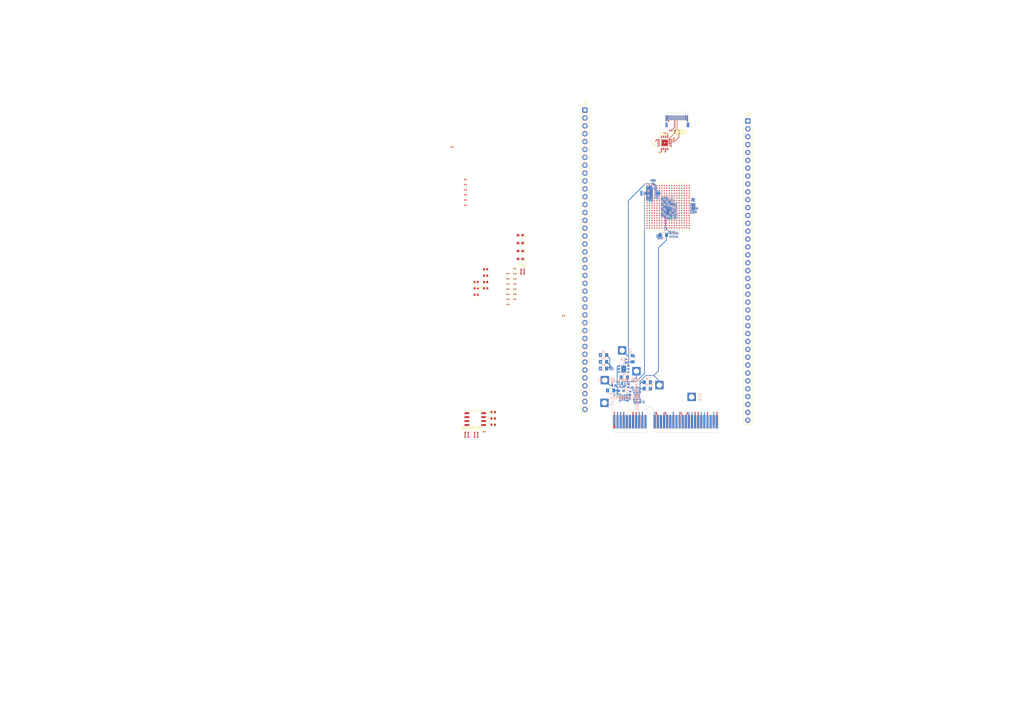
<source format=kicad_pcb>
(kicad_pcb (version 20241229) (generator "pcbnew") (generator_version "9.0")
  (layers (0 "F.Cu" signal) (4 "In1.Cu" power) (6 "In2.Cu" power) (8 "In3.Cu" power) (10 "In4.Cu" signal) (2 "B.Cu" signal) (13 "F.Paste" user) (15 "B.Paste" user) (5 "F.SilkS" user "F.Silkscreen") (7 "B.SilkS" user "B.Silkscreen") (1 "F.Mask" user) (3 "B.Mask" user) (25 "Edge.Cuts" user))
  (net 0 "")
  (net 1 "P1V0_MGTAVCC_B")
  (net 2 "GND")
  (net 3 "P1V2_MGTAVTT_B")
  (net 4 "P1V0_VCC_FPGA_B")
  (net 5 "P1V8_FPGA_VCCAUX_B")
  (net 6 "VCC_BANK14_B")
  (net 7 "Net-(U3-VOUT)")
  (net 8 "MGT_REFCLK0_B+")
  (net 9 "Net-(J1-REFCLK+)")
  (net 10 "MGT_REFCLK0_B-")
  (net 11 "Net-(J1-REFCLK-)")
  (net 12 "MGT0_TX_B+")
  (net 13 "Net-(J1-PETp0)")
  (net 14 "MGT0_TX_B-")
  (net 15 "Net-(J1-PETn0)")
  (net 16 "Net-(J1-PETp1)")
  (net 17 "MGT1_TX_B+")
  (net 18 "MGT1_TX_B-")
  (net 19 "Net-(J1-PETn1)")
  (net 20 "Net-(D1-K)")
  (net 21 "BUSY_LED_PU")
  (net 22 "Net-(D2-K)")
  (net 23 "Net-(D2-A)")
  (net 24 "Net-(D3-A)")
  (net 25 "Net-(D3-K)")
  (net 26 "Net-(D4-A)")
  (net 27 "Net-(D4-K)")
  (net 28 "Net-(D5-K)")
  (net 29 "USB_2-")
  (net 30 "Net-(D6-K)")
  (net 31 "USB_2+")
  (net 44 "MGT0_RX_B-")
  (net 52 "MGT1_RX_B-")
  (net 57 "MGT1_RX_B+")
  (net 58 "MGT0_RX_B+")
  (net 60 "DIO_3_P")
  (net 61 "DIO_13_N")
  (net 62 "DIO_3_N")
  (net 63 "DIO_1_N")
  (net 64 "DIO_15_N")
  (net 65 "DIO_9_N")
  (net 66 "DIO_7_N")
  (net 67 "XADC_2_P")
  (net 68 "XADC_3_N")
  (net 69 "DIO_11_P")
  (net 70 "DIO_5_N")
  (net 71 "DIO_15_P")
  (net 72 "DIO_13_P")
  (net 73 "DIO_7_P")
  (net 74 "XADC_2_N")
  (net 75 "DIO_5_P")
  (net 76 "DIO_2_P")
  (net 77 "MRCC_Out_2")
  (net 78 "MRCC_Out_3")
  (net 79 "DIO_1_P")
  (net 80 "DIO_9_P")
  (net 81 "XADC_3_P")
  (net 82 "DIO_2_N")
  (net 83 "DIO_11_N")
  (net 84 "DIO_4_P")
  (net 85 "DIO_14_P")
  (net 86 "GPIO_0")
  (net 87 "GPIO_5")
  (net 88 "XADC_1_P")
  (net 89 "DIO_6_N")
  (net 90 "DIO_12_P")
  (net 91 "GPIO_2")
  (net 92 "DIO_14_N")
  (net 93 "XADC_1_N")
  (net 94 "DIO_8_P")
  (net 95 "DIO_16_P")
  (net 96 "DIO_8_N")
  (net 97 "DIO_10_N")
  (net 98 "GPIO_3")
  (net 99 "MRCC_Out_0")
  (net 100 "XADC_0_P")
  (net 101 "MRCC_Out_1")
  (net 102 "DIO_12_N")
  (net 103 "DIO_6_P")
  (net 104 "DIO_10_P")
  (net 105 "XADC_0_N")
  (net 106 "GPIO_4")
  (net 107 "DIO_16_N")
  (net 108 "GPIO_1")
  (net 109 "DIO_4_N")
  (net 112 "Net-(P2-CC)")
  (net 116 "Net-(U1E-MGTRREF_216)")
  (net 117 "Net-(U3-FB)")
  (net 118 "Net-(U6-FB)")
  (net 120 "Net-(RN1-R3.2)")
  (net 121 "Net-(RN1-R2.2)")
  (net 122 "Net-(RN3-R4.2)")
  (net 124 "Net-(RN3-R2.2)")
  (net 125 "Net-(RN3-R3.2)")
  (net 126 "JTAG_TDI_B")
  (net 127 "JTAG_TCK_B")
  (net 128 "FPGA_CCLK_0_B")
  (net 129 "JTAG_TMS_B")
  (net 130 "JTAG_TDO_B")
  (net 131 "DIO_0_P")
  (net 132 "unconnected-(U1C-IO_L6P_T0_15-PadD11)")
  (net 142 "unconnected-(U1D-IO_L6N_T0_VREF_34-PadM5)")
  (net 143 "unconnected-(U1B-IO_L15P_T2_DQS_RDWR_B_14-PadR18)")
  (net 144 "unconnected-(U1B-IO_L15N_T2_DQS_DOUT_CSO_B_14-PadT18)")
  (net 145 "unconnected-(U1B-IO_L18N_T2_A11_D27_14-PadV17)")
  (net 146 "unconnected-(U1C-IO_L8P_T1_AD10P_15-PadA13)")
  (net 147 "unconnected-(U1B-IO_L9N_T1_DQS_D13_14-PadN17)")
  (net 148 "unconnected-(U1C-IO_L14N_T2_SRCC_15-PadD16)")
  (net 149 "unconnected-(U1B-IO_L24N_T3_A00_D16_14-PadV9)")
  (net 150 "unconnected-(U1D-IO_L9P_T1_DQS_34-PadN1)")
  (net 151 "Net-(U1E-MGTPRXN2_216)")
  (net 152 "unconnected-(U1B-IO_L3N_T0_DQS_EMCCLK_14-PadK18)")
  (net 154 "unconnected-(U1B-IO_L9P_T1_DQS_14-PadN16)")
  (net 155 "unconnected-(U1D-IO_L23P_T3_34-PadU7)")
  (net 156 "unconnected-(U1D-IO_L13P_T2_MRCC_34-PadR2)")
  (net 157 "M2_LED_1")
  (net 158 "unconnected-(U1D-IO_L12P_T1_MRCC_34-PadP4)")
  (net 159 "unconnected-(U1B-IO_L22N_T3_A04_D20_14-PadU12)")
  (net 160 "unconnected-(U1B-IO_L7P_T1_D09_14-PadM16)")
  (net 161 "unconnected-(U1B-IO_L17N_T2_A13_D29_14-PadU16)")
  (net 162 "unconnected-(U1D-IO_L6P_T0_34-PadL5)")
  (net 163 "unconnected-(U1C-IO_L19P_T3_A22_15-PadG17)")
  (net 164 "unconnected-(U1B-IO_L16P_T2_CSI_B_14-PadT17)")
  (net 165 "/FPGA PCIe/UMGTCLK_0-")
  (net 166 "unconnected-(U1D-IO_L24N_T3_34-PadV7)")
  (net 167 "DIO_0_N")
  (net 168 "Net-(U1B-IO_L1P_T0_D00_MOSI_14)")
  (net 169 "unconnected-(U1C-IO_L19N_T3_A21_VREF_15-PadF18)")
  (net 170 "unconnected-(U1B-IO_L17P_T2_A14_D30_14-PadU15)")
  (net 171 "unconnected-(U1B-IO_L23P_T3_A03_D19_14-PadU11)")
  (net 172 "unconnected-(U1B-IO_L19N_T3_A09_D25_VREF_14-PadT13)")
  (net 173 "unconnected-(U1B-IO_L18P_T2_A12_D28_14-PadV16)")
  (net 174 "unconnected-(U1D-IO_L13N_T2_MRCC_34-PadR1)")
  (net 175 "unconnected-(U1B-IO_L4P_T0_D04_14-PadK17)")
  (net 176 "unconnected-(U1B-IO_L11P_T1_SRCC_14-PadP15)")
  (net 177 "unconnected-(U1D-IO_L15N_T2_DQS_34-PadU1)")
  (net 178 "unconnected-(U1D-IO_L14N_T2_SRCC_34-PadT2)")
  (net 179 "/FPGA PCIe/UMGTCLK_0+")
  (net 181 "unconnected-(U1D-IO_L21P_T3_DQS_34-PadR5)")
  (net 182 "unconnected-(U1C-IO_L15N_T2_DQS_ADV_B_15-PadA17)")
  (net 183 "Net-(U1E-MGTPRXP2_216)")
  (net 184 "unconnected-(U1C-IO_L10N_T1_AD11N_15-PadA15)")
  (net 185 "unconnected-(U1B-IO_L5N_T0_D07_14-PadK15)")
  (net 186 "unconnected-(U1C-IO_L14P_T2_SRCC_15-PadE16)")
  (net 187 "unconnected-(U1C-IO_L9P_T1_DQS_AD3P_15-PadC14)")
  (net 188 "unconnected-(U1D-IO_L15P_T2_DQS_34-PadU2)")
  (net 189 "unconnected-(U1D-IO_L11N_T1_SRCC_34-PadN2)")
  (net 190 "unconnected-(U1D-IO_L20P_T3_34-PadU6)")
  (net 191 "unconnected-(U1B-IO_L8N_T1_D12_14-PadN14)")
  (net 192 "unconnected-(U1B-IO_L12P_T1_MRCC_14-PadP14)")
  (net 193 "unconnected-(U1B-IO_L14N_T2_SRCC_14-PadR17)")
  (net 194 "unconnected-(U1C-IO_L11N_T1_SRCC_15-PadC13)")
  (net 195 "unconnected-(U1D-IO_L14P_T2_SRCC_34-PadR3)")
  (net 196 "unconnected-(U1B-IO_L20P_T3_A08_D24_14-PadU14)")
  (net 197 "unconnected-(U1C-IO_L10P_T1_AD11P_15-PadB14)")
  (net 198 "M2_LED_2")
  (net 199 "unconnected-(U1D-IO_L19P_T3_34-PadP6)")
  (net 200 "unconnected-(U1C-IO_L6N_T0_VREF_15-PadC12)")
  (net 201 "unconnected-(U1D-IO_L12N_T1_MRCC_34-PadP3)")
  (net 202 "unconnected-(U1B-IO_L19P_T3_A10_D26_14-PadR13)")
  (net 203 "unconnected-(U1B-IO_L8P_T1_D11_14-PadM14)")
  (net 204 "unconnected-(U1B-IO_L22P_T3_A05_D21_14-PadT12)")
  (net 205 "unconnected-(U1B-IO_L11N_T1_SRCC_14-PadP16)")
  (net 206 "unconnected-(U1C-IO_L3N_T0_DQS_AD1N_15-PadA9)")
  (net 207 "unconnected-(U1D-IO_L22N_T3_34-PadT7)")
  (net 208 "unconnected-(U1C-IO_L3P_T0_DQS_AD1P_15-PadB9)")
  (net 209 "unconnected-(U1B-IO_L10N_T1_D15_14-PadP18)")
  (net 210 "unconnected-(U1B-IO_L24P_T3_A01_D17_14-PadU9)")
  (net 211 "unconnected-(U1B-IO_L10P_T1_D14_14-PadN18)")
  (net 212 "unconnected-(U1C-IO_L21P_T3_DQS_15-PadG15)")
  (net 213 "unconnected-(U1D-IO_L19N_T3_VREF_34-PadP5)")
  (net 214 "unconnected-(U1D-IO_L3N_T0_DQS_34-PadK1)")
  (net 215 "Net-(U1B-IO_L1N_T0_D01_DIN_14)")
  (net 216 "unconnected-(U1B-IO_L13N_T2_MRCC_14-PadT15)")
  (net 217 "unconnected-(U1D-IO_L9N_T1_DQS_34-PadP1)")
  (net 218 "unconnected-(U1B-IO_L6N_T0_D08_VREF_14-PadM15)")
  (net 219 "unconnected-(U1C-IO_L8N_T1_AD10N_15-PadA14)")
  (net 220 "unconnected-(U1B-IO_L23N_T3_A02_D18_14-PadV11)")
  (net 221 "unconnected-(U1B-IO_L13P_T2_MRCC_14-PadT14)")
  (net 222 "unconnected-(U1B-IO_L16N_T2_A15_D31_14-PadU17)")
  (net 223 "unconnected-(U1D-IO_L24P_T3_34-PadV8)")
  (net 224 "unconnected-(U1D-IO_L23N_T3_34-PadV6)")
  (net 225 "unconnected-(U1B-IO_L14P_T2_SRCC_14-PadR16)")
  (net 226 "unconnected-(U1C-IO_L21N_T3_DQS_A18_15-PadF15)")
  (net 227 "unconnected-(U1D-IO_L21N_T3_DQS_34-PadT5)")
  (net 228 "unconnected-(U1B-IO_L7N_T1_D10_14-PadM17)")
  (net 229 "unconnected-(U1C-IO_L9N_T1_DQS_AD3N_15-PadB15)")
  (net 230 "unconnected-(U1D-IO_L11P_T1_SRCC_34-PadN3)")
  (net 231 "unconnected-(U1D-IO_L22P_T3_34-PadR7)")
  (net 232 "unconnected-(U1B-IO_L5P_T0_D06_14-PadJ14)")
  (net 233 "unconnected-(U1B-IO_L4N_T0_D05_14-PadL18)")
  (net 234 "unconnected-(U1D-IO_L20N_T3_34-PadU5)")
  (net 235 "unconnected-(U1B-IO_L12N_T1_MRCC_14-PadR15)")
  (net 236 "unconnected-(U1D-IO_L3P_T0_DQS_34-PadK2)")
  (net 237 "unconnected-(U1C-IO_L15P_T2_DQS_15-PadB16)")
  (net 238 "unconnected-(U1C-IO_L11P_T1_SRCC_15-PadD13)")
  (net 239 "+3V3")
  (net 240 "Net-(U7-~{RESET})")
  (footprint "Resistor_SMD:R_Array_Convex_4x0402" (layer "F.Cu") (at 143.9 132.7)
    (property "Reference" "RN2")
    (property "Value" "681")
  )
  (footprint "SMT:c_0402" (layer "F.Cu") (at 150 83.44)
    (property "Reference" "C36")
    (property "Value" "4.7uf" (hide yes))
  )
  (footprint "fp_archive:C_0603" (layer "F.Cu") (at 161.19 73.45)
    (property "Reference" "C29")
    (property "Value" "47uf")
  )
  (footprint "SMT:c_0201_least" (layer "F.Cu") (at 157.15 85.74)
    (property "Reference" "C40")
    (property "Value" "0.47uf")
  )
  (footprint "SMT:c_0402" (layer "F.Cu") (at 146.95 83.44)
    (property "Reference" "C31")
    (property "Value" "4.7uf" (hide yes))
  )
  (footprint "SMT:c_0201_least" (layer "F.Cu") (at 159.4 80.79)
    (property "Reference" "C45")
    (property "Value" "0.47uf")
  )
  (footprint "Diode_SMD:D_SOD-882" (layer "F.Cu") (at 212.3 35.05 -90)
    (property "Reference" "D5")
    (property "Value" "PESD5V0S1UL" (hide yes))
  )
  (footprint "fp_archive:C_0603" (layer "F.Cu") (at 161.19 76)
    (property "Reference" "C30")
    (property "Value" "47uf")
  )
  (footprint "" (layer "F.Cu") (at 202 55.6 180)
    (property "Reference" "")
    (property "Value" "")
  )
  (footprint "Connector_PinHeader_2.54mm:PinHeader_1x39_P2.54mm_Vertical" (layer "F.Cu") (at 182 28)
    (property "Reference" "J2")
    (property "Value" "2.54mm Through-Hole Socket")
  )
  (footprint "SMT:c_0201_least" (layer "F.Cu") (at 157.15 89.04)
    (property "Reference" "C42")
    (property "Value" "0.47uf")
  )
  (footprint "SMT:c_0201_least" (layer "F.Cu") (at 159.4 84.09)
    (property "Reference" "C47")
    (property "Value" "0.47uf")
  )
  (footprint "Diode_SMD:D_SOD-882" (layer "F.Cu") (at 211 35.05 -90)
    (property "Reference" "D6")
    (property "Value" "PESD5V0S1UL" (hide yes))
  )
  (footprint "SMT:c_0201_least" (layer "F.Cu") (at 159.4 82.44)
    (property "Reference" "C46")
    (property "Value" "0.47uf")
  )
  (footprint "SMT:c_0201_least" (layer "F.Cu") (at 159.4 85.74)
    (property "Reference" "C48")
    (property "Value" "0.47uf")
  )
  (footprint "SMT:c_0402" (layer "F.Cu") (at 150 81.39)
    (property "Reference" "C35")
    (property "Value" "4.7uf" (hide yes))
  )
  (footprint "SMT:c_0201_least" (layer "F.Cu") (at 143.5 52.05)
    (property "Reference" "C75")
    (property "Value" "0.1uf")
  )
  (footprint "SMT:c_0402" (layer "F.Cu") (at 150 79.34)
    (property "Reference" "C34")
    (property "Value" "4.7uf" (hide yes))
  )
  (footprint "fp_archive:LED_0402" (layer "F.Cu") (at 152.45 125.4)
    (property "Reference" "D2")
    (property "Value" "A")
  )
  (footprint "SMT:c_0402" (layer "F.Cu") (at 146.95 87.54)
    (property "Reference" "C33")
    (property "Value" "4.7uf" (hide yes))
  )
  (footprint "SMT:c_0201_least" (layer "F.Cu") (at 157.15 82.44)
    (property "Reference" "C38")
    (property "Value" "0.47uf")
  )
  (footprint "SMT:c_0201_least" (layer "F.Cu") (at 206.38 41.6 180)
    (property "Reference" "C68")
    (property "Value" "0.1uf")
  )
  (footprint "SMT:c_0201_least" (layer "F.Cu") (at 159.4 87.39)
    (property "Reference" "C49")
    (property "Value" "0.47uf")
  )
  (footprint "fp_archive:C_0603" (layer "F.Cu") (at 161.19 70.9)
    (property "Reference" "C28")
    (property "Value" "47uf")
  )
  (footprint "SMT:c_0201_least" (layer "F.Cu") (at 149.6 131.75)
    (property "Reference" "C51")
    (property "Value" "0.1uf")
  )
  (footprint "SMT:c_0402" (layer "F.Cu") (at 146.95 85.49)
    (property "Reference" "C32")
    (property "Value" "4.7uf" (hide yes))
  )
  (footprint "SMT:c_0201_least" (layer "F.Cu") (at 159.4 89.04)
    (property "Reference" "C50")
    (property "Value" "0.47uf")
  )
  (footprint "Connector_USB:USB_C_Plug_JAE_DX07P024AJ1" (layer "F.Cu") (at 211.57 31.6275 180)
    (property "Reference" "P2")
    (property "Value" "USB_C_Plug_USB2.0")
    (fp_line (start 3.9 1.9225) (end 3.9 -1.9175) (stroke (width 0.1)) (layer "Edge.Cuts"))
    (fp_line (start 3.575 2.3725) (end 3.9 1.9225) (stroke (width 0.1)) (layer "Edge.Cuts"))
    (fp_line (start 3.125 2.3725) (end 3.575 2.3725) (stroke (width 0.1)) (layer "Edge.Cuts"))
    (fp_line (start 2.925 2.8225) (end 2.925 2.5725) (stroke (width 0.1)) (layer "Edge.Cuts"))
    (fp_line (start 1.3 3.0225) (end 2.725 3.0225) (stroke (width 0.1)) (layer "Edge.Cuts"))
    (fp_line (start 1.1 2.8225) (end 1.1 2.6225) (stroke (width 0.1)) (layer "Edge.Cuts"))
    (fp_line (start -0.1 2.4225) (end 0.9 2.4225) (stroke (width 0.1)) (layer "Edge.Cuts"))
    (fp_line (start -0.3 2.6225) (end -0.3 2.8225) (stroke (width 0.1)) (layer "Edge.Cuts"))
    (fp_line (start -0.5 3.0225) (end -2.725 3.0225) (stroke (width 0.1)) (layer "Edge.Cuts"))
    (fp_line (start -2.925 2.8225) (end -2.925 2.5725) (stroke (width 0.1)) (layer "Edge.Cuts"))
    (fp_line (start -3.125 2.3725) (end -3.53 2.3725) (stroke (width 0.1)) (layer "Edge.Cuts"))
    (fp_line (start -3.53 2.3725) (end -3.9 1.9225) (stroke (width 0.1)) (layer "Edge.Cuts"))
    (fp_line (start -3.9 1.9225) (end -3.9 -0.2275) (stroke (width 0.1)) (layer "Edge.Cuts"))
    (fp_line (start -4.3 -0.2275) (end -3.9 -0.2275) (stroke (width 0.1)) (layer "Edge.Cuts"))
    (fp_line (start -4.3 -1.93) (end -4.3 -0.2275) (stroke (width 0.1)) (layer "Edge.Cuts"))
    (fp_arc (start 2.925 2.8225) (mid 2.866421 2.963921) (end 2.725 3.0225) (stroke (width 0.1)) (layer "Edge.Cuts"))
    (fp_arc (start 2.925 2.5725) (mid 2.983579 2.431079) (end 3.125 2.3725) (stroke (width 0.1)) (layer "Edge.Cuts"))
    (fp_arc (start 1.3 3.0225) (mid 1.158579 2.963921) (end 1.1 2.8225) (stroke (width 0.1)) (layer "Edge.Cuts"))
    (fp_arc (start 0.9 2.4225) (mid 1.041421 2.481079) (end 1.1 2.6225) (stroke (width 0.1)) (layer "Edge.Cuts"))
    (fp_arc (start -0.3 2.8225) (mid -0.358579 2.963921) (end -0.5 3.0225) (stroke (width 0.1)) (layer "Edge.Cuts"))
    (fp_arc (start -0.3 2.6225) (mid -0.241421 2.481079) (end -0.1 2.4225) (stroke (width 0.1)) (layer "Edge.Cuts"))
    (fp_arc (start -2.725 3.0225) (mid -2.866421 2.963921) (end -2.925 2.8225) (stroke (width 0.1)) (layer "Edge.Cuts"))
    (fp_arc (start -3.125 2.3725) (mid -2.983579 2.431079) (end -2.925 2.5725) (stroke (width 0.1)) (layer "Edge.Cuts"))
  )
  (footprint "Connector_PinHeader_2.54mm:PinHeader_1x39_P2.54mm_Vertical" (layer "F.Cu") (at 234.5 31.5)
    (property "Reference" "J3")
    (property "Value" "2.54mm Through-Hole Socket")
  )
  (footprint "fp_archive:C_0603" (layer "F.Cu") (at 161.19 68.35)
    (property "Reference" "C27")
    (property "Value" "47uf")
  )
  (footprint "fp_archive:LED_0402" (layer "F.Cu") (at 152.45 129.5)
    (property "Reference" "D4")
    (property "Value" "C")
  )
  (footprint "SMT:c_0201_least" (layer "F.Cu") (at 143.5 55.35)
    (property "Reference" "C77")
    (property "Value" "0.1uf")
  )
  (footprint "SMT:c_0201_least" (layer "F.Cu") (at 210.7 37.3 90)
    (property "Reference" "C69")
    (property "Value" "0.1uf")
  )
  (footprint "Resistor_SMD:R_Array_Convex_4x0402" (layer "F.Cu") (at 161.9 80.09)
    (property "Reference" "RN1")
    (property "Value" "4.7K")
  )
  (footprint "Connector_PCBEdge:BUS_PCIexpress_x4" (layer "F.Cu") (at 191.5 128.5)
    (property "Reference" "J1")
    (property "Value" "Bus_PCI_Express_x4")
    (fp_line (start -0.65 -4.95) (end -0.65 2.95) (stroke (width 0.1)) (layer "Edge.Cuts"))
    (fp_line (start -0.65 2.95) (end -0.15 3.45) (stroke (width 0.1)) (layer "Edge.Cuts"))
    (fp_line (start -0.15 3.45) (end 10.05 3.45) (stroke (width 0.1)) (layer "Edge.Cuts"))
    (fp_line (start 10.55 -4) (end 10.55 2.95) (stroke (width 0.1)) (layer "Edge.Cuts"))
    (fp_line (start 10.55 2.95) (end 10.05 3.45) (stroke (width 0.1)) (layer "Edge.Cuts"))
    (fp_line (start 12.45 -4) (end 12.45 2.95) (stroke (width 0.1)) (layer "Edge.Cuts"))
    (fp_line (start 12.45 2.95) (end 12.95 3.45) (stroke (width 0.1)) (layer "Edge.Cuts"))
    (fp_line (start 12.95 3.45) (end 33.15 3.45) (stroke (width 0.1)) (layer "Edge.Cuts"))
    (fp_line (start 33.65 -4.95) (end 33.65 2.95) (stroke (width 0.1)) (layer "Edge.Cuts"))
    (fp_line (start 33.65 2.95) (end 33.15 3.45) (stroke (width 0.1)) (layer "Edge.Cuts"))
    (fp_arc (start 10.55 -4) (mid 11.5 -4.95) (end 12.45 -4) (stroke (width 0.1)) (layer "Edge.Cuts"))
  )
  (footprint "SMT:c_0201_least" (layer "F.Cu") (at 157.15 90.69)
    (property "Reference" "C43")
    (property "Value" "0.47uf")
  )
  (footprint "Resistor_SMD:R_Array_Convex_4x0402" (layer "F.Cu") (at 146.95 132.7)
    (property "Reference" "RN3")
    (property "Value" "4.7K")
  )
  (footprint "SMT:r_0201_least" (layer "F.Cu") (at 175.08 94.34)
    (property "Reference" "R1")
    (property "Value" "100")
  )
  (footprint "SMT:c_0201_least" (layer "F.Cu") (at 159.4 79.14)
    (property "Reference" "C44")
    (property "Value" "0.47uf")
  )
  (footprint "SMT:c_0201_least" (layer "F.Cu") (at 207.78 35.4 180)
    (property "Reference" "C67")
    (property "Value" "0.1uf")
  )
  (footprint "fp_archive:LED_0402" (layer "F.Cu") (at 150 85.49)
    (property "Reference" "D1")
    (property "Value" "BUSY")
  )
  (footprint "SMT:c_0201_least" (layer "F.Cu") (at 157.15 87.39)
    (property "Reference" "C41")
    (property "Value" "0.47uf")
  )
  (footprint "SMT:c_0201_least" (layer "F.Cu") (at 143.5 50.4)
    (property "Reference" "C74")
    (property "Value" "0.1uf")
  )
  (footprint "SMT:c_0201_least" (layer "F.Cu") (at 139.25 39.95)
    (property "Reference" "C70")
    (property "Value" "0.47uf")
  )
  (footprint "fp_archive:QFN65P400X400X80-17N" (layer "F.Cu") (at 207.7 38.5675 90)
    (property "Reference" "U7")
    (property "Value" "FT230XQ")
  )
  (footprint "fp_archive:SOIC-8_3.9x4.9mm_Pitch1.27mm" (layer "F.Cu") (at 146.65 127.65)
    (property "Reference" "U2")
    (property "Value" "S25Q")
  )
  (footprint "fp_archive:LED_0402" (layer "F.Cu") (at 152.45 127.45)
    (property "Reference" "D3")
    (property "Value" "B")
  )
  (footprint "Resistor_SMD:R_0201_0603Metric" (layer "F.Cu") (at 209.555 34.6 180)
    (property "Reference" "R_CC_PD1")
    (property "Value" "5.1k")
  )
  (footprint "SMT:c_0201_least" (layer "F.Cu") (at 143.5 58.65)
    (property "Reference" "C79")
    (property "Value" "0.1uf")
  )
  (footprint "SMT:c_0201_least" (layer "F.Cu") (at 143.5 53.7)
    (property "Reference" "C76")
    (property "Value" "0.1uf")
  )
  (footprint "XC7A50T-CSG325:CSG-324" (layer "F.Cu") (at 208.8 59.2)
    (property "Reference" "U1")
    (property "Value" "XC7AxxT-xCSG325")
  )
  (footprint "SMT:c_0201_least" (layer "F.Cu") (at 157.15 80.79)
    (property "Reference" "C37")
    (property "Value" "0.47uf")
  )
  (footprint "SMT:c_0201_least" (layer "F.Cu") (at 157.15 84.09)
    (property "Reference" "C39")
    (property "Value" "0.47uf")
  )
  (footprint "SMT:c_0201_least" (layer "F.Cu") (at 143.5 57)
    (property "Reference" "C78")
    (property "Value" "0.1uf")
  )
  (footprint "SMT:c_0201_least" (layer "B.Cu") (at 206.8 56.12 90)
    (property "Reference" "C20")
    (property "Value" "0.47uf" (hide yes))
  )
  (footprint "SMT:c_0201_least" (layer "B.Cu") (at 193.22 117.4 180)
    (property "Reference" "C59")
    (property "Value" "0.1uf")
  )
  (footprint "fp_archive:C_0805" (layer "B.Cu") (at 202.1 117.8)
    (property "Reference" "C65")
    (property "Value" "100uf")
  )
  (footprint "SMT:c_0201_least" (layer "B.Cu") (at 210.8 59.08 -90)
    (property "Reference" "C20")
    (property "Value" "0.47uf" (hide yes))
  )
  (footprint "tps82084:TPS82084SILR" (layer "B.Cu") (at 194.4 120.750001 180)
    (property "Reference" "U3")
    (property "Value" "TPS82085SIL")
  )
  (footprint "fp_archive:C_0805" (layer "B.Cu") (at 194.7 114.2 180)
    (property "Reference" "C63")
    (property "Value" "100uf")
  )
  (footprint "SMT:c_0201_least" (layer "B.Cu") (at 202.28 54)
    (property "Reference" "C14")
    (property "Value" "0.1uf")
  )
  (footprint "SMT:c_0201_least" (layer "B.Cu") (at 208.4 56.12 90)
    (property "Reference" "C22")
    (property "Value" "0.47uf" (hide yes))
  )
  (footprint "SMT:c_0402" (layer "B.Cu") (at 217.2 60.85)
    (property "Reference" "C11")
    (property "Value" "4.7uf" (hide yes))
  )
  (footprint "SMT:c_0201_least" (layer "B.Cu") (at 209.2 62.28 -90)
    (property "Reference" "C18")
    (property "Value" "0.47uf" (hide yes))
  )
  (footprint "fp_archive:C_0805" (layer "B.Cu") (at 202.1 115.75)
    (property "Reference" "C66")
    (property "Value" "100uf")
  )
  (footprint "SMT:c_0201_least" (layer "B.Cu") (at 211.6 59.88 -90)
    (property "Reference" "C23")
    (property "Value" "0.47uf" (hide yes))
  )
  (footprint "SMT:c_0201_least" (layer "B.Cu") (at 211.6 58.28 -90)
    (property "Reference" "C19")
    (property "Value" "0.47uf" (hide yes))
  )
  (footprint "fp_archive:C_0805" (layer "B.Cu") (at 190.3 118.4 180)
    (property "Reference" "C57")
    (property "Value" "100uf")
  )
  (footprint "SMT:c_0201_least" (layer "B.Cu") (at 207.6 61.72 90)
    (property "Reference" "C25")
    (property "Value" "0.47uf" (hide yes))
  )
  (footprint "SMT:c_0201_least" (layer "B.Cu") (at 205.48 55.6)
    (property "Reference" "C13")
    (property "Value" "0.1uf" (hide yes))
  )
  (footprint "SMT:c_0201_least" (layer "B.Cu") (at 210 59.32 90)
    (property "Reference" "C22")
    (property "Value" "0.47uf" (hide yes))
  )
  (footprint "fp_archive:C_0805" (layer "B.Cu") (at 188 111.35)
    (property "Reference" "C53")
    (property "Value" "100uf")
  )
  (footprint "fp_archive:C_0805" (layer "B.Cu") (at 188 109.2)
    (property "Reference" "C54")
    (property "Value" "100uf")
  )
  (footprint "SMT:c_0201_least" (layer "B.Cu") (at 208.4 62.52 90)
    (property "Reference" "C24")
    (property "Value" "0.47uf" (hide yes))
  )
  (footprint "SMT:c_0402" (layer "B.Cu") (at 209.6 68.3 -90)
    (property "Reference" "C5")
    (property "Value" "4.7uf" (hide yes))
  )
  (footprint "SMT:c_0201_least" (layer "B.Cu") (at 206.8 57.72 90)
    (property "Reference" "C25")
    (property "Value" "0.47uf" (hide yes))
  )
  (footprint "SMT:c_0402" (layer "B.Cu") (at 196 116.9 -90)
    (property "Reference" "C61")
    (property "Value" "10uf" (hide yes))
  )
  (footprint "SMT:c_0201_least" (layer "B.Cu") (at 207.6 56.92 90)
    (property "Reference" "C18")
    (property "Value" "0.47uf" (hide yes))
  )
  (footprint "SMT:c_0201_least" (layer "B.Cu") (at 205.48 54)
    (property "Reference" "C13")
    (property "Value" "0.1uf" (hide yes))
  )
  (footprint "Connector_Wire:SolderWire-1sqmm_1x01_D1.4mm_OD2.7mm" (layer "B.Cu") (at 206 116.7 -90)
    (property "Reference" "J11")
    (property "Value" "1P0")
  )
  (footprint "Connector_Wire:SolderWire-1sqmm_1x01_D1.4mm_OD2.7mm" (layer "B.Cu") (at 194 105.5 90)
    (property "Reference" "J9")
    (property "Value" "1P0")
  )
  (footprint "SMT:c_0402" (layer "B.Cu") (at 200.374999 122.147142)
    (property "Reference" "C58")
    (property "Value" "10uf" (hide yes))
  )
  (footprint "SMT:c_0402" (layer "B.Cu") (at 196.5 119.3 90)
    (property "Reference" "C52")
    (property "Value" "10uf" (hide yes))
  )
  (footprint "SMT:c_0201_least" (layer "B.Cu") (at 205.48 56.4)
    (property "Reference" "C9")
    (property "Value" "0.1uf" (hide yes))
  )
  (footprint "SMT:c_0201_least" (layer "B.Cu") (at 209.2 56.92 90)
    (property "Reference" "C17")
    (property "Value" "0.47uf" (hide yes))
  )
  (footprint "SMT:r_0201_least" (layer "B.Cu") (at 192.4 119.78 -90)
    (property "Reference" "R2")
    (property "Value" "124k")
  )
  (footprint "SMT:c_0402" (layer "B.Cu") (at 200.7 54.8 180)
    (property "Reference" "C2")
    (property "Value" "4.7uf" (hide yes))
  )
  (footprint "Connector_Wire:SolderWire-1sqmm_1x01_D1.4mm_OD2.7mm" (layer "B.Cu") (at 188.4 115.1 90)
    (property "Reference" "J8")
    (property "Value" "1P8")
  )
  (footprint "SMT:r_0201_least" (layer "B.Cu") (at 197.72 118.3 180)
    (property "Reference" "R5")
    (property "Value" "100k")
  )
  (footprint "SMT:c_0201_least" (layer "B.Cu") (at 210 57.72 90)
    (property "Reference" "C12")
    (property "Value" "0.47uf" (hide yes))
  )
  (footprint "SMT:c_0201_least" (layer "B.Cu") (at 207.6 60.12 90)
    (property "Reference" "C18")
    (property "Value" "0.47uf" (hide yes))
  )
  (footprint "SMT:c_0201_least" (layer "B.Cu") (at 206.8 59.32 90)
    (property "Reference" "C22")
    (property "Value" "0.47uf" (hide yes))
  )
  (footprint "SMT:c_0402" (layer "B.Cu") (at 204 51.2 90)
    (property "Reference" "C1")
    (property "Value" "4.7uf" (hide yes))
  )
  (footprint "fp_archive:C_0805" (layer "B.Cu") (at 197.4 108.2 90)
    (property "Reference" "C62")
    (property "Value" "100uf")
  )
  (footprint "SMT:r_0201_least" (layer "B.Cu") (at 191.4 119.78 90)
    (property "Reference" "R3")
    (property "Value" "100k")
  )
  (footprint "SMT:c_0201_least" (layer "B.Cu") (at 207.6 58.52 90)
    (property "Reference" "C24")
    (property "Value" "0.47uf" (hide yes))
  )
  (footprint "SMT:c_0201_least" (layer "B.Cu") (at 210 56.1 90)
    (property "Reference" "C7")
    (property "Value" "0.47uf" (hide yes))
  )
  (footprint "SMT:c_0201_least" (layer "B.Cu") (at 210.52 60.4 180)
    (property "Reference" "C20")
    (property "Value" "0.47uf" (hide yes))
  )
  (footprint "fp_archive:C_0805" (layer "B.Cu") (at 207.3 68.2 180)
    (property "Reference" "C3")
    (property "Value" "100uf")
  )
  (footprint "SMT:c_0402" (layer "B.Cu") (at 210.6 68.3 -90)
    (property "Reference" "C8")
    (property "Value" "4.7uf" (hide yes))
  )
  (footprint "SMT:c_0201_least" (layer "B.Cu") (at 202.52 52.4 180)
    (property "Reference" "C14")
    (property "Value" "0.1uf")
  )
  (footprint "SMT:c_0201_least" (layer "B.Cu") (at 208.4 57.72 90)
    (property "Reference" "C26")
    (property "Value" "0.47uf" (hide yes))
  )
  (footprint "SMT:c_0201_least" (layer "B.Cu") (at 211.32 61.2 180)
    (property "Reference" "C21")
    (property "Value" "0.47uf" (hide yes))
  )
  (footprint "tps82084:TPS82084SILR" (layer "B.Cu") (at 198.774999 120.147142 90)
    (property "Reference" "U6")
    (property "Value" "TPS82085SIL")
  )
  (footprint "SMT:c_0402" (layer "B.Cu") (at 217.6 59.75)
    (property "Reference" "C6")
    (property "Value" "4.7uf" (hide yes))
  )
  (footprint "MAX1589A:MAX1589AETT100T" (layer "B.Cu") (at 194.5 111.5 180)
    (property "Reference" "U4")
    (property "Value" "MAX1589AETT100T")
  )
  (footprint "SMT:c_0201_least" (layer "B.Cu") (at 203.88 56.4)
    (property "Reference" "C10")
    (property "Value" "0.1uf")
  )
  (footprint "SMT:c_0201_least" (layer "B.Cu") (at 202.28 55.6)
    (property "Reference" "C14")
    (property "Value" "0.1uf")
  )
  (footprint "Connector_Wire:SolderWire-1sqmm_1x01_D1.4mm_OD2.7mm" (layer "B.Cu") (at 216.4 120.5 90)
    (property "Reference" "J12")
    (property "Value" "GND")
  )
  (footprint "SMT:c_0201_least" (layer "B.Cu") (at 209.72 61.2 180)
    (property "Reference" "C18")
    (property "Value" "0.47uf" (hide yes))
  )
  (footprint "fp_archive:C_0603" (layer "B.Cu") (at 216.6 57.8 90)
    (property "Reference" "C4")
    (property "Value" "47uf")
  )
  (footprint "SMT:r_0201_least" (layer "B.Cu") (at 198.92 118.3 180)
    (property "Reference" "R4")
    (property "Value" "24.9k")
  )
  (footprint "SMT:c_0402" (layer "B.Cu") (at 211.6 68.3 -90)
    (property "Reference" "C15")
    (property "Value" "4.7uf" (hide yes))
  )
  (footprint "fp_archive:C_0603" (layer "B.Cu") (at 198.05 117.5 180)
    (property "Reference" "C64")
    (property "Value" "22uf")
  )
  (footprint "SMT:c_0402" (layer "B.Cu") (at 195.2 108.9 90)
    (property "Reference" "C60")
    (property "Value" "10uf" (hide yes))
  )
  (footprint "SMT:c_0201_least" (layer "B.Cu") (at 210.8 57.48 -90)
    (property "Reference" "C16")
    (property "Value" "0.47uf" (hide yes))
  )
  (footprint "SMT:c_0201_least" (layer "B.Cu") (at 211.6 62.52 90)
    (property "Reference" "C23")
    (property "Value" "0.47uf" (hide yes))
  )
  (footprint "SMT:c_0201_least" (layer "B.Cu") (at 204.4 52.92 90)
    (property "Reference" "C9")
    (property "Value" "0.1uf")
  )
  (footprint "SMT:c_0201_least" (layer "B.Cu") (at 202.52 57.2 180)
    (property "Reference" "C14")
    (property "Value" "0.1uf")
  )
  (footprint "fp_archive:C_0603" (layer "B.Cu") (at 193.65 118.5)
    (property "Reference" "C56")
    (property "Value" "22uf")
  )
  (footprint "SMT:c_0201_least" (layer "B.Cu") (at 210.28 62.8)
    (property "Reference" "C18")
    (property "Value" "0.47uf" (hide yes))
  )
  (footprint "fp_archive:C_0805" (layer "B.Cu") (at 188 107)
    (property "Reference" "C55")
    (property "Value" "100uf")
  )
  (footprint "SMT:c_0201_least" (layer "B.Cu") (at 208.92 58.8 180)
    (property "Reference" "C21")
    (property "Value" "0.47uf" (hide yes))
  )
  (footprint "SMT:c_0201_least" (layer "B.Cu") (at 206.8 60.92 90)
    (property "Reference" "C26")
    (property "Value" "0.47uf" (hide yes))
  )
  (footprint "MIC47050:MIC47050-DFN-6-2MM" (layer "B.Cu") (at 193.99 116.095 90)
    (property "Reference" "U5")
    (property "Value" "MIC47050-1.2YML")
  )
  (footprint "SMT:r_0402" (layer "B.Cu") (at 191.3 116.8)
    (property "Reference" "L1")
    (property "Value" "330" (hide yes))
  )
  (footprint "Connector_Wire:SolderWire-1sqmm_1x01_D1.4mm_OD2.7mm" (layer "B.Cu") (at 198.6 112.2)
    (property "Reference" "J10")
    (property "Value" "1P2")
  )
  (footprint "SMT:c_0201_least" (layer "B.Cu") (at 210.52 62 180)
    (property "Reference" "C18")
    (property "Value" "0.47uf" (hide yes))
  )
  (footprint "Connector_Wire:SolderWire-1sqmm_1x01_D1.4mm_OD2.7mm" (layer "B.Cu") (at 188.3 122.4 90)
    (property "Reference" "J7")
    (property "Value" "3P3")
  )
  (via (at 205.2 54) (size 0.4064) (drill 0.2032) (layers "F.Cu" "B.Cu") (remove_unused_layers yes) (zone_layer_connections "B.Cu") (net 1))
  (via (at 205.2 56.4) (size 0.4064) (drill 0.2032) (layers "F.Cu" "B.Cu") (remove_unused_layers yes) (zone_layer_connections "B.Cu") (net 1))
  (via (at 205.2 55.6) (size 0.4064) (drill 0.2032) (layers "F.Cu" "B.Cu") (remove_unused_layers yes) (zone_layer_connections "B.Cu") (net 1))
  (via (at 204.4 53.2) (size 0.4064) (drill 0.2032) (layers "F.Cu" "B.Cu") (remove_unused_layers yes) (zone_layer_connections "B.Cu") (net 1))
  (segment (start 197.4 109.2) (end 196.3018 109.2) (width 0.254) (layer "B.Cu") (net 1))
  (segment (start 196.0018 110.5602) (end 196.0018 109.8) (width 0.254) (layer "B.Cu") (net 1))
  (segment (start 201.524208 51.7) (end 204 51.7) (width 0.254) (layer "B.Cu") (net 1))
  (segment (start 195.6018 109.4) (end 196.0018 109.8) (width 0.254) (layer "B.Cu") (net 1))
  (segment (start 196.0018 109.5) (end 196.0018 108.3) (width 0.254) (layer "B.Cu") (net 1))
  (segment (start 196.0018 57.222408) (end 201.524208 51.7) (width 0.254) (layer "B.Cu") (net 1))
  (segment (start 196.3018 109.2) (end 196.0018 109.5) (width 0.254) (layer "B.Cu") (net 1))
  (segment (start 196.0018 109.8) (end 196.0018 109.5) (width 0.254) (layer "B.Cu") (net 1))
  (segment (start 195.9 107.4) (end 194 105.5) (width 0.254) (layer "B.Cu") (net 1))
  (segment (start 196.0018 108.3) (end 196.0018 108.143908) (width 0.254) (layer "B.Cu") (net 1))
  (segment (start 195.2 109.4) (end 195.6018 109.4) (width 0.254) (layer "B.Cu") (net 1))
  (segment (start 196.0018 107.4) (end 196.0018 57.222408) (width 0.254) (layer "B.Cu") (net 1))
  (segment (start 196.0018 107.4) (end 195.9 107.4) (width 0.254) (layer "B.Cu") (net 1))
  (segment (start 196.0018 108.143908) (end 196.0018 107.4) (width 0.254) (layer "B.Cu") (net 1))
  (segment (start 208.5 126.5) (end 208.5 128.5) (width 0.254) (layer "F.Cu") (net 2))
  (segment (start 194.5 128.5) (end 194.5 125.5) (width 0.254) (layer "F.Cu") (net 2))
  (segment (start 214.5 126.5) (end 214.5 128.5) (width 0.254) (layer "F.Cu") (net 2))
  (segment (start 224.5 128.5) (end 224.5 125.5) (width 0.254) (layer "F.Cu") (net 2))
  (segment (start 221.5 128.5) (end 221.5 125.5) (width 0.254) (layer "F.Cu") (net 2))
  (segment (start 213 125.5) (end 213 126) (width 0.254) (layer "F.Cu") (net 2))
  (segment (start 208.025 41.2425) (end 207.8 41.4675) (width 0.254) (layer "F.Cu") (net 2))
  (segment (start 205.75 37.5925) (end 205.175 37.5925) (width 0.254) (layer "F.Cu") (net 2))
  (segment (start 208.745 31.345) (end 209 31.6) (width 0.254) (layer "F.Cu") (net 2))
  (segment (start 205.5 126.5) (end 205.5 128.5) (width 0.254) (layer "F.Cu") (net 2))
  (segment (start 215 125.5) (end 215 126) (width 0.254) (layer "F.Cu") (net 2))
  (segment (start 218.5 128.5) (end 218.5 125.5) (width 0.254) (layer "F.Cu") (net 2))
  (segment (start 208 125.5) (end 208 126) (width 0.254) (layer "F.Cu") (net 2))
  (segment (start 213 126) (end 213.5 126.5) (width 0.254) (layer "F.Cu") (net 2))
  (segment (start 208 126) (end 208.5 126.5) (width 0.254) (layer "F.Cu") (net 2))
  (segment (start 208.745 30.48) (end 208.745 31.345) (width 0.254) (layer "F.Cu") (net 2))
  (segment (start 210.5 128.5) (end 210.5 125.5) (width 0.254) (layer "F.Cu") (net 2))
  (segment (start 215 126) (end 214.5 126.5) (width 0.254) (layer "F.Cu") (net 2))
  (segment (start 217.5 128.5) (end 217.5 125.5) (width 0.254) (layer "F.Cu") (net 2))
  (segment (start 205.175 37.5925) (end 204.8 37.9675) (width 0.254) (layer "F.Cu") (net 2))
  (segment (start 208.025 40.5175) (end 208.025 41.2425) (width 0.254) (layer "F.Cu") (net 2))
  (segment (start 205 125.5) (end 205 126) (width 0.254) (layer "F.Cu") (net 2))
  (segment (start 213.5 126.5) (end 213.5 128.5) (width 0.254) (layer "F.Cu") (net 2))
  (segment (start 205 126) (end 205.5 126.5) (width 0.254) (layer "F.Cu") (net 2))
  (segment (start 197.5 128.5) (end 197.5 125.5) (width 0.254) (layer "F.Cu") (net 2))
  (via (at 219.5 125.5) (size 0.4064) (drill 0.2032) (layers "F.Cu" "B.Cu") (remove_unused_layers yes) (zone_layer_connections "In1.Cu" "In3.Cu") (net 2))
  (via blind (at 205.2 57.2) (size 0.4064) (drill 0.2032) (layers "F.Cu" "In1.Cu") (remove_unused_layers yes) (zone_layer_connections "In1.Cu") (net 2))
  (via blind (at 208.4 55.6) (size 0.4064) (drill 0.2032) (layers "F.Cu" "In1.Cu") (remove_unused_layers yes) (zone_layer_connections "In1.Cu") (net 2))
  (via (at 193.7 114.2) (size 0.4064) (drill 0.2032) (layers "F.Cu" "B.Cu") (remove_unused_layers yes) (zone_layer_connections "In1.Cu" "In3.Cu") (net 2))
  (via blind (at 209.2 66) (size 0.4064) (drill 0.2032) (layers "F.Cu" "In1.Cu") (remove_unused_layers yes) (zone_layer_connections "In1.Cu") (net 2))
  (via (at 205 125.5) (size 0.4064) (drill 0.2032) (layers "F.Cu" "B.Cu") (remove_unused_layers yes) (zone_layer_connections "F.Cu" "In1.Cu" "In3.Cu") (net 2))
  (via blind (at 208.4 57.2) (size 0.4064) (drill 0.2032) (layers "F.Cu" "In1.Cu") (remove_unused_layers yes) (zone_layer_connections "In1.Cu") (net 2))
  (via blind (at 210.8 54.8) (size 0.4064) (drill 0.2032) (layers "F.Cu" "In1.Cu") (remove_unused_layers yes) (zone_layer_connections "In1.Cu") (net 2))
  (via (at 198.449998 119.047142) (size 0.4064) (drill 0.2032) (layers "F.Cu" "B.Cu") (remove_unused_layers yes) (zone_layer_connections "In1.Cu" "In3.Cu") (net 2))
  (via blind (at 207.8 41.4675) (size 0.4064) (drill 0.2032) (layers "F.Cu" "In1.Cu") (net 2))
  (via blind (at 204.4 59.6) (size 0.4064) (drill 0.2032) (layers "F.Cu" "In1.Cu") (remove_unused_layers yes) (zone_layer_connections "In1.Cu") (net 2))
  (via (at 210.5 125.5) (size 0.4064) (drill 0.2032) (layers "F.Cu" "B.Cu") (remove_unused_layers yes) (zone_layer_connections "F.Cu" "In1.Cu" "In3.Cu" "B.Cu") (net 2))
  (via (at 217.7 60.85) (size 0.4064) (drill 0.2032) (layers "F.Cu" "B.Cu") (remove_unused_layers yes) (zone_layer_connections "In1.Cu" "In3.Cu") (net 2))
  (via blind (at 202 60.4) (size 0.4064) (drill 0.2032) (layers "F.Cu" "In1.Cu") (remove_unused_layers yes) (zone_layer_connections "In1.Cu") (net 2))
  (via (at 191.4 119.5) (size 0.4064) (drill 0.2032) (layers "F.Cu" "B.Cu") (remove_unused_layers yes) (zone_layer_connections "In1.Cu" "In3.Cu") (net 2))
  (via (at 192.9982 112.4398) (size 0.4064) (drill 0.2032) (layers "F.Cu" "B.Cu") (remove_unused_layers yes) (zone_layer_connections "In1.Cu" "In3.Cu") (net 2))
  (via (at 217.5 125.5) (size 0.4064) (drill 0.2032) (layers "F.Cu" "B.Cu") (remove_unused_layers yes) (zone_layer_connections "F.Cu" "In1.Cu" "In3.Cu") (net 2))
  (via (at 197.9 107.7) (size 0.4064) (drill 0.2032) (layers "F.Cu" "B.Cu") (remove_unused_layers yes) (zone_layer_connections "In1.Cu" "In3.Cu") (net 2))
  (via blind (at 202 52.4) (size 0.4064) (drill 0.2032) (layers "F.Cu" "In1.Cu") (remove_unused_layers yes) (zone_layer_connections "In1.Cu") (net 2))
  (via blind (at 206.1 41.6) (size 0.4064) (drill 0.2032) (layers "F.Cu" "In1.Cu") (net 2))
  (via blind (at 215.6 52.4) (size 0.4064) (drill 0.2032) (layers "F.Cu" "In1.Cu") (remove_unused_layers yes) (zone_layer_connections "In1.Cu") (net 2))
  (via (at 203.3 50.5) (size 0.4064) (drill 0.2032) (layers "F.Cu" "B.Cu") (remove_unused_layers yes) (zone_layer_connections "In1.Cu" "In3.Cu") (net 2))
  (via blind (at 208.4 58.8) (size 0.4064) (drill 0.2032) (layers "F.Cu" "In1.Cu") (remove_unused_layers yes) (zone_layer_connections "In1.Cu") (net 2))
  (via blind (at 211.6 57.2) (size 0.4064) (drill 0.2032) (layers "F.Cu" "In1.Cu") (remove_unused_layers yes) (zone_layer_connections "In1.Cu") (net 2))
  (via (at 212.5 125.5) (size 0.4064) (drill 0.2032) (layers "F.Cu" "B.Cu") (remove_unused_layers yes) (zone_layer_connections "In1.Cu" "In3.Cu") (net 2))
  (via (at 193.99 116.095) (size 0.4064) (drill 0.2032) (layers "F.Cu" "B.Cu") (remove_unused_layers yes) (zone_layer_connections "In1.Cu" "In3.Cu") (net 2))
  (via blind (at 210.8 61.2) (size 0.4064) (drill 0.2032) (layers "F.Cu" "In1.Cu") (remove_unused_layers yes) (zone_layer_connections "In1.Cu") (net 2))
  (via blind (at 215.6 61.2) (size 0.4064) (drill 0.2032) (layers "F.Cu" "In1.Cu") (remove_unused_layers yes) (zone_layer_connections "In1.Cu") (net 2))
  (via (at 194.5 125.5) (size 0.4064) (drill 0.2032) (layers "F.Cu" "B.Cu") (remove_unused_layers yes) (zone_layer_connections "F.Cu" "In1.Cu" "In3.Cu" "B.Cu") (net 2))
  (via blind (at 210 55.6) (size 0.4064) (drill 0.2032) (layers "F.Cu" "In1.Cu") (remove_unused_layers yes) (zone_layer_connections "In1.Cu") (net 2))
  (via blind (at 211.6 62) (size 0.4064) (drill 0.2032) (layers "F.Cu" "In1.Cu") (remove_unused_layers yes) (zone_layer_connections "In1.Cu") (net 2))
  (via blind (at 211.6 60.4) (size 0.4064) (drill 0.2032) (layers "F.Cu" "In1.Cu") (remove_unused_layers yes) (zone_layer_connections "In1.Cu") (net 2))
  (via (at 213 125.5) (size 0.4064) (drill 0.2032) (layers "F.Cu" "B.Cu") (remove_unused_layers yes) (zone_layer_connections "F.Cu" "In1.Cu" "In3.Cu") (net 2))
  (via (at 218.1 59.75) (size 0.4064) (drill 0.2032) (layers "F.Cu" "B.Cu") (remove_unused_layers yes) (zone_layer_connections "In1.Cu" "In3.Cu") (net 2))
  (via (at 194.2 113.7) (size 0.4064) (drill 0.2032) (layers "F.Cu" "B.Cu") (remove_unused_layers yes) (zone_layer_connections "In1.Cu" "In3.Cu") (net 2))
  (via blind (at 206.8 62) (size 0.4064) (drill 0.2032) (layers "F.Cu" "In1.Cu") (remove_unused_layers yes) (zone_layer_connections "In1.Cu") (net 2))
  (via blind (at 204.4 56.4) (size 0.4064) (drill 0.2032) (layers "F.Cu" "In1.Cu") (remove_unused_layers yes) (zone_layer_connections "In1.Cu") (net 2))
  (via blind (at 210.8 58) (size 0.4064) (drill 0.2032) (layers "F.Cu" "In1.Cu") (remove_unused_layers yes) (zone_layer_connections "In1.Cu") (net 2))
  (via (at 218.5 125.5) (size 0.4064) (drill 0.2032) (layers "F.Cu" "B.Cu") (remove_unused_layers yes) (zone_layer_connections "F.Cu" "In1.Cu" "In3.Cu") (net 2))
  (via blind (at 206.8 53.2) (size 0.4064) (drill 0.2032) (layers "F.Cu" "In1.Cu") (remove_unused_layers yes) (zone_layer_connections "In1.Cu") (net 2))
  (via blind (at 207.6 58) (size 0.4064) (drill 0.2032) (layers "F.Cu" "In1.Cu") (remove_unused_layers yes) (zone_layer_connections "In1.Cu") (net 2))
  (via blind (at 210.8 62.8) (size 0.4064) (drill 0.2032) (layers "F.Cu" "In1.Cu") (remove_unused_layers yes) (zone_layer_connections "In1.Cu") (net 2))
  (via (at 215 125.5) (size 0.4064) (drill 0.2032) (layers "F.Cu" "B.Cu") (remove_unused_layers yes) (zone_layer_connections "F.Cu" "In1.Cu" "In3.Cu") (net 2))
  (via blind (at 202.8 54) (size 0.4064) (drill 0.2032) (layers "F.Cu" "In1.Cu") (remove_unused_layers yes) (zone_layer_connections "In1.Cu") (net 2))
  (via (at 195 112.5) (size 0.4064) (drill 0.2032) (layers "F.Cu" "B.Cu") (remove_unused_layers yes) (zone_layer_connections "In1.Cu" "In3.Cu") (net 2))
  (via blind (at 208.4 61.2) (size 0.4064) (drill 0.2032) (layers "F.Cu" "In1.Cu") (remove_unused_layers yes) (zone_layer_connections "In1.Cu") (net 2))
  (via (at 216.5 125.5) (size 0.4064) (drill 0.2032) (layers "F.Cu" "B.Cu") (remove_unused_layers yes) (zone_layer_connections "In1.Cu" "In3.Cu") (net 2))
  (via blind (at 202.8 55.6) (size 0.4064) (drill 0.2032) (layers "F.Cu" "In1.Cu") (remove_unused_layers yes) (zone_layer_connections "In1.Cu") (net 2))
  (via blind (at 204.4 58) (size 0.4064) (drill 0.2032) (layers "F.Cu" "In1.Cu") (remove_unused_layers yes) (zone_layer_connections "In1.Cu") (net 2))
  (via (at 210.6 68.8) (size 0.4064) (drill 0.2032) (layers "F.Cu" "B.Cu") (remove_unused_layers yes) (zone_layer_connections "In1.Cu" "In3.Cu") (net 2))
  (via (at 194.4 118.5) (size 0.4064) (drill 0.2032) (layers "F.Cu" "B.Cu") (remove_unused_layers yes) (zone_layer_connections "In1.Cu" "In3.Cu") (net 2))
  (via blind (at 210 63.6) (size 0.4064) (drill 0.2032) (layers "F.Cu" "In1.Cu") (remove_unused_layers yes) (zone_layer_connections "In1.Cu") (net 2))
  (via blind (at 209.2 61.2) (size 0.4064) (drill 0.2032) (layers "F.Cu" "In1.Cu") (remove_unused_layers yes) (zone_layer_connections "In1.Cu") (net 2))
  (via (at 193.2 114.7) (size 0.4064) (drill 0.2032) (layers "F.Cu" "B.Cu") (remove_unused_layers yes) (zone_layer_connections "In1.Cu" "In3.Cu") (net 2))
  (via (at 204.5 125.5) (size 0.4064) (drill 0.2032) (layers "F.Cu" "B.Cu") (remove_unused_layers yes) (zone_layer_connections "In1.Cu" "In3.Cu") (net 2))
  (via blind (at 205.2 52.4) (size 0.4064) (drill 0.2032) (layers "F.Cu" "In1.Cu") (remove_unused_layers yes) (zone_layer_connections "In1.Cu") (net 2))
  (via blind (at 202 58.8) (size 0.4064) (drill 0.2032) (layers "F.Cu" "In1.Cu") (remove_unused_layers yes) (zone_layer_connections "In1.Cu") (net 2))
  (via blind (at 203.6 53.2) (size 0.4064) (drill 0.2032) (layers "F.Cu" "In1.Cu") (remove_unused_layers yes) (zone_layer_connections "In1.Cu") (net 2))
  (via (at 195.2 108.4) (size 0.4064) (drill 0.2032) (layers "F.Cu" "B.Cu") (remove_unused_layers yes) (zone_layer_connections "In1.Cu" "In3.Cu") (net 2))
  (via blind (at 208.4 59.6) (size 0.4064) (drill 0.2032) (layers "F.Cu" "In1.Cu") (remove_unused_layers yes) (zone_layer_connections "In1.Cu") (net 2))
  (via (at 197.5 125.5) (size 0.4064) (drill 0.2032) (layers "F.Cu" "B.Cu") (remove_unused_layers yes) (zone_layer_connections "F.Cu" "In1.Cu" "In3.Cu") (net 2))
  (via (at 216.4 120.5) (size 0.6) (drill 0.4) (layers "F.Cu" "B.Cu") (net 2))
  (via (at 216.8 56.3) (size 0.4064) (drill 0.2032) (layers "F.Cu" "B.Cu") (remove_unused_layers yes) (zone_layer_connections "In1.Cu" "In3.Cu") (net 2))
  (via blind (at 210 58.8) (size 0.4064) (drill 0.2032) (layers "F.Cu" "In1.Cu") (remove_unused_layers yes) (zone_layer_connections "In1.Cu") (net 2))
  (via (at 189.3 118.4) (size 0.4064) (drill 0.2032) (layers "F.Cu" "B.Cu") (remove_unused_layers yes) (zone_layer_connections "In1.Cu" "In3.Cu") (net 2))
  (via blind (at 208.4 62) (size 0.4064) (drill 0.2032) (layers "F.Cu" "In1.Cu") (remove_unused_layers yes) (zone_layer_connections "In1.Cu") (net 2))
  (via blind (at 211.6 65.2) (size 0.4064) (drill 0.2032) (layers "F.Cu" "In1.Cu") (remove_unused_layers yes) (zone_layer_connections "In1.Cu") (net 2))
  (via blind (at 203.6 65.2) (size 0.4064) (drill 0.2032) (layers "F.Cu" "In1.Cu") (remove_unused_layers yes) (zone_layer_connections "In1.Cu") (net 2))
  (via (at 215.5 125.5) (size 0.4064) (drill 0.2032) (layers "F.Cu" "B.Cu") (remove_unused_layers yes) (zone_layer_connections "In1.Cu" "In3.Cu") (net 2))
  (via blind (at 203.6 58) (size 0.4064) (drill 0.2032) (layers "F.Cu" "In1.Cu") (remove_unused_layers yes) (zone_layer_connections "In1.Cu") (net 2))
  (via blind (at 203.6 58.8) (size 0.4064) (drill 0.2032) (layers "F.Cu" "In1.Cu") (remove_unused_layers yes) (zone_layer_connections "In1.Cu") (net 2))
  (via (at 200 55.5) (size 0.4064) (drill 0.2032) (layers "F.Cu" "B.Cu") (remove_unused_layers yes) (zone_layer_connections "In1.Cu" "In3.Cu") (net 2))
  (via (at 194 112.5) (size 0.4064) (drill 0.2032) (layers "F.Cu" "B.Cu") (remove_unused_layers yes) (zone_layer_connections "In1.Cu" "In3.Cu") (net 2))
  (via (at 208 125.5) (size 0.4064) (drill 0.2032) (layers "F.Cu" "B.Cu") (remove_unused_layers yes) (zone_layer_connections "F.Cu" "In1.Cu" "In3.Cu") (net 2))
  (via (at 220.5 125.5) (size 0.4064) (drill 0.2032) (layers "F.Cu" "B.Cu") (remove_unused_layers yes) (zone_layer_connections "In1.Cu" "In3.Cu") (net 2))
  (via blind (at 206 56.4) (size 0.4064) (drill 0.2032) (layers "F.Cu" "In1.Cu") (remove_unused_layers yes) (zone_layer_connections "In1.Cu") (net 2))
  (via (at 204.7 50.5) (size 0.4064) (drill 0.2032) (layers "F.Cu" "B.Cu") (remove_unused_layers yes) (zone_layer_connections "In1.Cu" "In3.Cu") (net 2))
  (via (at 194.5 111.5) (size 0.4064) (drill 0.2032) (layers "F.Cu" "B.Cu") (remove_unused_layers yes) (zone_layer_connections "In1.Cu" "In3.Cu") (net 2))
  (via (at 217.3 57) (size 0.4064) (drill 0.2032) (layers "F.Cu" "B.Cu") (remove_unused_layers yes) (zone_layer_connections "In1.Cu" "In3.Cu") (net 2))
  (via blind (at 202 57.2) (size 0.4064) (drill 0.2032) (layers "F.Cu" "In1.Cu") (remove_unused_layers yes) (zone_layer_connections "In1.Cu") (net 2))
  (via blind (at 215.6 53.2) (size 0.4064) (drill 0.2032) (layers "F.Cu" "In1.Cu") (remove_unused_layers yes) (zone_layer_connections "In1.Cu") (net 2))
  (via (at 205.2 69) (size 0.4064) (drill 0.2032) (layers "F.Cu" "B.Cu") (remove_unused_layers yes) (zone_layer_connections "In1.Cu" "In3.Cu") (net 2))
  (via (at 195 110.5) (size 0.4064) (drill 0.2032) (layers "F.Cu" "B.Cu") (remove_unused_layers yes) (zone_layer_connections "In1.Cu" "In3.Cu") (net 2))
  (via blind (at 206.8 60.4) (size 0.4064) (drill 0.2032) (layers "F.Cu" "In1.Cu") (remove_unused_layers yes) (zone_layer_connections "In1.Cu") (net 2))
  (via blind (at 209.2 56.4) (size 0.4064) (drill 0.2032) (layers "F.Cu" "In1.Cu") (remove_unused_layers yes) (zone_layer_connections "In1.Cu") (net 2))
  (via (at 217.3 57.4) (size 0.4064) (drill 0.2032) (layers "F.Cu" "B.Cu") (remove_unused_layers yes) (zone_layer_connections "In1.Cu" "In3.Cu") (net 2))
  (via blind (at 214 56.4) (size 0.4064) (drill 0.2032) (layers "F.Cu" "In1.Cu") (remove_unused_layers yes) (zone_layer_connections "In1.Cu") (net 2))
  (via blind (at 210.7 37.02) (size 0.4064) (drill 0.2032) (layers "F.Cu" "In1.Cu") (net 2))
  (via (at 200 54.1) (size 0.4064) (drill 0.2032) (layers "F.Cu" "B.Cu") (remove_unused_layers yes) (zone_layer_connections "In1.Cu" "In3.Cu") (net 2))
  (via blind (at 209.2 59.6) (size 0.4064) (drill 0.2032) (layers "F.Cu" "In1.Cu") (remove_unused_layers yes) (zone_layer_connections "In1.Cu") (net 2))
  (via blind (at 206.8 57.2) (size 0.4064) (drill 0.2032) (layers "F.Cu" "In1.Cu") (remove_unused_layers yes) (zone_layer_connections "In1.Cu") (net 2))
  (via (at 204.7 50.9) (size 0.4064) (drill 0.2032) (layers "F.Cu" "B.Cu") (remove_unused_layers yes) (zone_layer_connections "In1.Cu" "In3.Cu") (net 2))
  (via (at 197.44 118.3) (size 0.4064) (drill 0.2032) (layers "F.Cu" "B.Cu") (remove_unused_layers yes) (zone_layer_connections "In1.Cu" "In3.Cu") (net 2))
  (via blind (at 210 52.4) (size 0.4064) (drill 0.2032) (layers "F.Cu" "In1.Cu") (remove_unused_layers yes) (zone_layer_connections "In1.Cu") (net 2))
  (via blind (at 208.4 60.4) (size 0.4064) (drill 0.2032) (layers "F.Cu" "In1.Cu") (remove_unused_layers yes) (zone_layer_connections "In1.Cu") (net 2))
  (via blind (at 209.2 60.4) (size 0.4064) (drill 0.2032) (layers "F.Cu" "In1.Cu") (remove_unused_layers yes) (zone_layer_connections "In1.Cu") (net 2))
  (via (at 190.5 111.75) (size 0.4064) (drill 0.2032) (layers "F.Cu" "B.Cu") (remove_unused_layers yes) (zone_layer_connections "In1.Cu" "In3.Cu") (net 2))
  (via (at 206.4 69.5) (size 0.4064) (drill 0.2032) (layers "F.Cu" "B.Cu") (remove_unused_layers yes) (zone_layer_connections "In1.Cu" "In3.Cu") (net 2))
  (via (at 217.3 56.6) (size 0.4064) (drill 0.2032) (layers "F.Cu" "B.Cu") (remove_unused_layers yes) (zone_layer_connections "In1.Cu" "In3.Cu") (net 2))
  (via (at 193.3 121.075002) (size 0.4064) (drill 0.2032) (layers "F.Cu" "B.Cu") (remove_unused_layers yes) (zone_layer_connections "In1.Cu" "In3.Cu") (net 2))
  (via (at 193.99 115.595) (size 0.4064) (drill 0.2032) (layers "F.Cu" "B.Cu") (remove_unused_layers yes) (zone_layer_connections "In1.Cu" "In3.Cu") (net 2))
  (via blind (at 207.6 59.6) (size 0.4064) (drill 0.2032) (layers "F.Cu" "In1.Cu") (remove_unused_layers yes) (zone_layer_connections "In1.Cu") (net 2))
  (via blind (at 206 58) (size 0.4064) (drill 0.2032) (layers "F.Cu" "In1.Cu") (remove_unused_layers yes) (zone_layer_connections "In1.Cu") (net 2))
  (via blind (at 203.6 54.8) (size 0.4064) (drill 0.2032) (layers "F.Cu" "In1.Cu") (remove_unused_layers yes) (zone_layer_connections "In1.Cu") (net 2))
  (via (at 191 111.75) (size 0.4064) (drill 0.2032) (layers "F.Cu" "B.Cu") (remove_unused_layers yes) (zone_layer_connections "In1.Cu" "In3.Cu") (net 2))
  (via blind (at 210 62) (size 0.4064) (drill 0.2032) (layers "F.Cu" "In1.Cu") (remove_unused_layers yes) (zone_layer_connections "In1.Cu") (net 2))
  (via (at 203.3 50.9) (size 0.4064) (drill 0.2032) (layers "F.Cu" "B.Cu") (remove_unused_layers yes) (zone_layer_connections "In1.Cu" "In3.Cu") (net 2))
  (via (at 224.5 125.5) (size 0.4064) (drill 0.2032) (layers "F.Cu" "B.Cu") (remove_unused_layers yes) (zone_layer_connections "F.Cu" "In1.Cu" "In3.Cu") (net 2))
  (via blind (at 206 55.6) (size 0.4064) (drill 0.2032) (layers "F.Cu" "In1.Cu") (remove_unused_layers yes) (zone_layer_connections "In1.Cu") (net 2))
  (via (at 206 69.5) (size 0.4064) (drill 0.2032) (layers "F.Cu" "B.Cu") (remove_unused_layers yes) (zone_layer_connections "In1.Cu" "In3.Cu") (net 2))
  (via blind (at 210.8 59.6) (size 0.4064) (drill 0.2032) (layers "F.Cu" "In1.Cu") (remove_unused_layers yes) (zone_layer_connections "In1.Cu") (net 2))
  (via (at 196.9 106.7) (size 0.4064) (drill 0.2032) (layers "F.Cu" "B.Cu") (remove_unused_layers yes) (zone_layer_connections "In1.Cu" "In3.Cu") (net 2))
  (via blind (at 202.8 62.8) (size 0.4064) (drill 0.2032) (layers "F.Cu" "In1.Cu") (remove_unused_layers yes) (zone_layer_connections "In1.Cu") (net 2))
  (via blind (at 214 64.4) (size 0.4064) (drill 0.2032) (layers "F.Cu" "In1.Cu") (remove_unused_layers yes) (zone_layer_connections "In1.Cu") (net 2))
  (via blind (at 206.8 58.8) (size 0.4064) (drill 0.2032) (layers "F.Cu" "In1.Cu") (remove_unused_layers yes) (zone_layer_connections "In1.Cu") (net 2))
  (via blind (at 203.6 52.4) (size 0.4064) (drill 0.2032) (layers "F.Cu" "In1.Cu") (remove_unused_layers yes) (zone_layer_connections "In1.Cu") (net 2))
  (via blind (at 205.2 62) (size 0.4064) (drill 0.2032) (layers "F.Cu" "In1.Cu") (remove_unused_layers yes) (zone_layer_connections "In1.Cu") (net 2))
  (via blind (at 205.2 58) (size 0.4064) (drill 0.2032) (layers "F.Cu" "In1.Cu") (remove_unused_layers yes) (zone_layer_connections "In1.Cu") (net 2))
  (via (at 200.874999 122.147142) (size 0.4064) (drill 0.2032) (layers "F.Cu" "B.Cu") (remove_unused_layers yes) (zone_layer_connections "In1.Cu" "In3.Cu") (net 2))
  (via (at 197.4 107.2) (size 0.4064) (drill 0.2032) (layers "F.Cu" "B.Cu") (remove_unused_layers yes) (zone_layer_connections "In1.Cu" "In3.Cu") (net 2))
  (via (at 194 110.5) (size 0.4064) (drill 0.2032) (layers "F.Cu" "B.Cu") (remove_unused_layers yes) (zone_layer_connections "In1.Cu" "In3.Cu") (net 2))
  (via (at 205.6 69.5) (size 0.4064) (drill 0.2032) (layers "F.Cu" "B.Cu") (remove_unused_layers yes) (zone_layer_connections "In1.Cu" "In3.Cu") (net 2))
  (via blind (at 211.6 58.8) (size 0.4064) (drill 0.2032) (layers "F.Cu" "In1.Cu") (remove_unused_layers yes) (zone_layer_connections "In1.Cu") (net 2))
  (via blind (at 207.7 38.5675) (size 0.6) (drill 0.4) (layers "F.Cu" "In1.Cu") (net 2))
  (via blind (at 207.6 52.4) (size 0.4064) (drill 0.2032) (layers "F.Cu" "In1.Cu") (remove_unused_layers yes) (zone_layer_connections "In1.Cu") (net 2))
  (via blind (at 204.8 37.9675) (size 0.4064) (drill 0.2032) (layers "F.Cu" "In1.Cu") (net 2))
  (via blind (at 213.2 54) (size 0.4064) (drill 0.2032) (layers "F.Cu" "In1.Cu") (remove_unused_layers yes) (zone_layer_connections "In1.Cu") (net 2))
  (via blind (at 206.8 54.8) (size 0.4064) (drill 0.2032) (layers "F.Cu" "In1.Cu") (remove_unused_layers yes) (zone_layer_connections "In1.Cu") (net 2))
  (via blind (at 206.8 54) (size 0.4064) (drill 0.2032) (layers "F.Cu" "In1.Cu") (remove_unused_layers yes) (zone_layer_connections "In1.Cu") (net 2))
  (via blind (at 207.6 62.8) (size 0.4064) (drill 0.2032) (layers "F.Cu" "In1.Cu") (remove_unused_layers yes) (zone_layer_connections "In1.Cu") (net 2))
  (via (at 207.5 125.5) (size 0.4064) (drill 0.2032) (layers "F.Cu" "B.Cu") (remove_unused_layers yes) (zone_layer_connections "In1.Cu" "In3.Cu" "B.Cu") (net 2))
  (via (at 200.4 54.1) (size 0.4064) (drill 0.2032) (layers "F.Cu" "B.Cu") (remove_unused_layers yes) (zone_layer_connections "In1.Cu" "In3.Cu") (net 2))
  (via blind (at 210 57.2) (size 0.4064) (drill 0.2032) (layers "F.Cu" "In1.Cu") (remove_unused_layers yes) (zone_layer_connections "In1.Cu") (net 2))
  (via (at 205.2 68.2) (size 0.4064) (drill 0.2032) (layers "F.Cu" "B.Cu") (remove_unused_layers yes) (zone_layer_connections "In1.Cu" "In3.Cu") (net 2))
  (via blind (at 207.6 61.2) (size 0.4064) (drill 0.2032) (layers "F.Cu" "In1.Cu") (remove_unused_layers yes) (zone_layer_connections "In1.Cu") (net 2))
  (via blind (at 206 54) (size 0.4064) (drill 0.2032) (layers "F.Cu" "In1.Cu") (remove_unused_layers yes) (zone_layer_connections "In1.Cu") (net 2))
  (via (at 193.08 116.095) (size 0.4064) (drill 0.2032) (layers "F.Cu" "B.Cu") (remove_unused_layers yes) (zone_layer_connections "In1.Cu" "In3.Cu") (net 2))
  (via (at 206.8 69.5) (size 0.4064) (drill 0.2032) (layers "F.Cu" "B.Cu") (remove_unused_layers yes) (zone_layer_connections "In1.Cu" "In3.Cu") (net 2))
  (via blind (at 208.4 63.6) (size 0.4064) (drill 0.2032) (layers "F.Cu" "In1.Cu") (remove_unused_layers yes) (zone_layer_connections "In1.Cu") (net 2))
  (via blind (at 210 60.4) (size 0.4064) (drill 0.2032) (layers "F.Cu" "In1.Cu") (remove_unused_layers yes) (zone_layer_connections "In1.Cu") (net 2))
  (via (at 205.2 68.6) (size 0.4064) (drill 0.2032) (layers "F.Cu" "B.Cu") (remove_unused_layers yes) (zone_layer_connections "In1.Cu" "In3.Cu") (net 2))
  (via blind (at 207.5 35.4) (size 0.4064) (drill 0.2032) (layers "F.Cu" "In1.Cu") (net 2))
  (via (at 190 111.75) (size 0.4064) (drill 0.2032) (layers "F.Cu" "B.Cu") (remove_unused_layers yes) (zone_layer_connections "In1.Cu" "In3.Cu") (net 2))
  (via blind (at 211.6 56.4) (size 0.4064) (drill 0.2032) (layers "F.Cu" "In1.Cu") (remove_unused_layers yes) (zone_layer_connections "In1.Cu") (net 2))
  (via blind (at 202 66) (size 0.4064) (drill 0.2032) (layers "F.Cu" "In1.Cu") (remove_unused_layers yes) (zone_layer_connections "In1.Cu") (net 2))
  (via blind (at 206 64.4) (size 0.4064) (drill 0.2032) (layers "F.Cu" "In1.Cu") (remove_unused_layers yes) (zone_layer_connections "In1.Cu") (net 2))
  (via blind (at 214.8 58.8) (size 0.4064) (drill 0.2032) (layers "F.Cu" "In1.Cu") (remove_unused_layers yes) (zone_layer_connections "In1.Cu") (net 2))
  (via blind (at 206 57.2) (size 0.4064) (drill 0.2032) (layers "F.Cu" "In1.Cu") (remove_unused_layers yes) (zone_layer_connections "In1.Cu") (net 2))
  (via (at 196.5 118.8) (size 0.4064) (drill 0.2032) (layers "F.Cu" "B.Cu") (remove_unused_layers yes) (zone_layer_connections "In1.Cu" "In3.Cu") (net 2))
  (via blind (at 202.8 58.8) (size 0.4064) (drill 0.2032) (layers "F.Cu" "In1.Cu") (remove_unused_layers yes) (zone_layer_connections "In1.Cu") (net 2))
  (via blind (at 212.4 59.6) (size 0.4064) (drill 0.2032) (layers "F.Cu" "In1.Cu") (remove_unused_layers yes) (zone_layer_connections "In1.Cu") (net 2))
  (via (at 200.4 55.5) (size 0.4064) (drill 0.2032) (layers "F.Cu" "B.Cu") (remove_unused_layers yes) (zone_layer_connections "In1.Cu" "In3.Cu") (net 2))
  (via (at 209.6 68.8) (size 0.4064) (drill 0.2032) (layers "F.Cu" "B.Cu") (remove_unused_layers yes) (zone_layer_connections "In1.Cu" "In3.Cu") (net 2))
  (via (at 211.6 68.8) (size 0.4064) (drill 0.2032) (layers "F.Cu" "B.Cu") (remove_unused_layers yes) (zone_layer_connections "In1.Cu" "In3.Cu") (net 2))
  (via blind (at 213.2 62) (size 0.4064) (drill 0.2032) (layers "F.Cu" "In1.Cu") (remove_unused_layers yes) (zone_layer_connections "In1.Cu") (net 2))
  (via blind (at 206.8 55.6) (size 0.4064) (drill 0.2032) (layers "F.Cu" "In1.Cu") (remove_unused_layers yes) (zone_layer_connections "In1.Cu") (net 2))
  (via (at 221.487966 125.5) (size 0.4064) (drill 0.2032) (layers "F.Cu" "B.Cu") (remove_unused_layers yes) (zone_layer_connections "F.Cu" "In1.Cu" "In3.Cu") (net 2))
  (via blind (at 207.6 53.2) (size 0.4064) (drill 0.2032) (layers "F.Cu" "In1.Cu") (remove_unused_layers yes) (zone_layer_connections "In1.Cu") (net 2))
  (via (at 223.5 125.5) (size 0.4064) (drill 0.2032) (layers "F.Cu" "B.Cu") (remove_unused_layers yes) (zone_layer_connections "In1.Cu" "In3.Cu") (net 2))
  (via (at 197.8 119.047142) (size 0.4064) (drill 0.2032) (layers "F.Cu" "B.Cu") (remove_unused_layers yes) (zone_layer_connections "In1.Cu" "In3.Cu") (net 2))
  (via blind (at 209 31.6) (size 0.4064) (drill 0.2032) (layers "F.Cu" "In1.Cu") (net 2))
  (via blind (at 215.6 66) (size 0.4064) (drill 0.2032) (layers "F.Cu" "In1.Cu") (remove_unused_layers yes) (zone_layer_connections "In1.Cu") (net 2))
  (via (at 193.3 121.725) (size 0.4064) (drill 0.2032) (layers "F.Cu" "B.Cu") (remove_unused_layers yes) (zone_layer_connections "In1.Cu" "In3.Cu") (net 2))
  (via blind (at 204.4 52.4) (size 0.4064) (drill 0.2032) (layers "F.Cu" "In1.Cu") (remove_unused_layers yes) (zone_layer_connections "In1.Cu") (net 2))
  (via blind (at 209.2 58) (size 0.4064) (drill 0.2032) (layers "F.Cu" "In1.Cu") (remove_unused_layers yes) (zone_layer_connections "In1.Cu") (net 2))
  (via blind (at 206.8 52.4) (size 0.4064) (drill 0.2032) (layers "F.Cu" "In1.Cu") (remove_unused_layers yes) (zone_layer_connections "In1.Cu") (net 2))
  (via blind (at 204.4 54.8) (size 0.4064) (drill 0.2032) (layers "F.Cu" "In1.Cu") (remove_unused_layers yes) (zone_layer_connections "In1.Cu") (net 2))
  (segment (start 205.6 69.5) (end 205.6 68.9) (width 0.254) (layer "B.Cu") (net 2))
  (segment (start 190 110.25) (end 191 111.25) (width 0.254) (layer "B.Cu") (net 2))
  (segment (start 206.8 68.7) (end 206.3 68.2) (width 0.254) (layer "B.Cu") (net 2))
  (segment (start 203.3 50.5) (end 203.8 50.5) (width 0.254) (layer "B.Cu") (net 2))
  (segment (start 205.5 69) (end 206.3 68.2) (width 0.254) (layer "B.Cu") (net 2))
  (segment (start 217.05 56.6) (end 216.6 57.05) (width 0.254) (layer "B.Cu") (net 2))
  (segment (start 204.2 50.5) (end 204 50.7) (width 0.254) (layer "B.Cu") (net 2))
  (segment (start 204.2 50.9) (end 204 50.7) (width 0.254) (layer "B.Cu") (net 2))
  (segment (start 205.2 69) (end 205.5 69) (width 0.254) (layer "B.Cu") (net 2))
  (segment (start 205.6 68.9) (end 206.3 68.2) (width 0.254) (layer "B.Cu") (net 2))
  (segment (start 206.4 69.5) (end 206.4 68.3) (width 0.254) (layer "B.Cu") (net 2))
  (segment (start 212.5 128.5) (end 212.5 125.5) (width 0.254) (layer "B.Cu") (net 2))
  (segment (start 194.5 128.5) (end 194.5 125.5) (width 0.254) (layer "B.Cu") (net 2))
  (segment (start 200 55.5) (end 200 55) (width 0.254) (layer "B.Cu") (net 2))
  (segment (start 217.3 57.4) (end 216.95 57.4) (width 0.254) (layer "B.Cu") (net 2))
  (segment (start 190 108.3) (end 190 108.75) (width 0.254) (layer "B.Cu") (net 2))
  (segment (start 190 110.2) (end 190 110.25) (width 0.254) (layer "B.Cu") (net 2))
  (segment (start 190 110.25) (end 190 110.75) (width 0.254) (layer "B.Cu") (net 2))
  (segment (start 206 68.5) (end 206.3 68.2) (width 0.254) (layer "B.Cu") (net 2))
  (segment (start 216.65 57) (end 216.6 57.05) (width 0.254) (layer "B.Cu") (net 2))
  (segment (start 189 109.2) (end 190 110.2) (width 0.254) (layer "B.Cu") (net 2))
  (segment (start 219.5 128.5) (end 219.5 125.5) (width 0.254) (layer "B.Cu") (net 2))
  (segment (start 223.5 128.5) (end 223.5 125.5) (width 0.254) (layer "B.Cu") (net 2))
  (segment (start 204.7 50.5) (end 204.2 50.5) (width 0.254) (layer "B.Cu") (net 2))
  (segment (start 206.8 69.5) (end 206.8 68.7) (width 0.254) (layer "B.Cu") (net 2))
  (segment (start 190 108.75) (end 190 110.25) (width 0.254) (layer "B.Cu") (net 2))
  (segment (start 206 69.5) (end 206 68.5) (width 0.254) (layer "B.Cu") (net 2))
  (segment (start 217.3 56.6) (end 217.05 56.6) (width 0.254) (layer "B.Cu") (net 2))
  (segment (start 190 108) (end 190 108.3) (width 0.254) (layer "B.Cu") (net 2))
  (segment (start 200 54.6) (end 200.2 54.8) (width 0.254) (layer "B.Cu") (net 2))
  (segment (start 190 110.75) (end 190.5 111.25) (width 0.254) (layer "B.Cu") (net 2))
  (segment (start 200 55) (end 200.2 54.8) (width 0.254) (layer "B.Cu") (net 2))
  (segment (start 207.5 128.5) (end 207.5 125.5) (width 0.254) (layer "B.Cu") (net 2))
  (segment (start 216.95 57.4) (end 216.6 57.05) (width 0.254) (layer "B.Cu") (net 2))
  (segment (start 205.2 68.6) (end 205.9 68.6) (width 0.254) (layer "B.Cu") (net 2))
  (segment (start 203.3 50.9) (end 203.8 50.9) (width 0.254) (layer "B.Cu") (net 2))
  (segment (start 190 110.75) (end 190 111.75) (width 0.254) (layer "B.Cu") (net 2))
  (segment (start 189 111.35) (end 189.4 111.35) (width 0.254) (layer "B.Cu") (net 2))
  (segment (start 189 107) (end 190 108) (width 0.254) (layer "B.Cu") (net 2))
  (segment (start 206.4 68.3) (end 206.3 68.2) (width 0.254) (layer "B.Cu") (net 2))
  (segment (start 204.5 128.5) (end 204.5 125.5) (width 0.254) (layer "B.Cu") (net 2))
  (segment (start 200.4 55) (end 200.2 54.8) (width 0.254) (layer "B.Cu") (net 2))
  (segment (start 210.5 128.5) (end 210.5 125.5) (width 0.254) (layer "B.Cu") (net 2))
  (segment (start 215.5 128.5) (end 215.5 125.5) (width 0.254) (layer "B.Cu") (net 2))
  (segment (start 216.5 128.5) (end 216.5 125.5) (width 0.254) (layer "B.Cu") (net 2))
  (segment (start 216.8 56.85) (end 216.6 57.05) (width 0.254) (layer "B.Cu") (net 2))
  (segment (start 216.8 56.3) (end 216.8 56.85) (width 0.254) (layer "B.Cu") (net 2))
  (segment (start 205.9 68.6) (end 206.3 68.2) (width 0.254) (layer "B.Cu") (net 2))
  (segment (start 220.5 125.5) (end 220.5 128.5) (width 0.254) (layer "B.Cu") (net 2))
  (segment (start 205.2 68.2) (end 206.3 68.2) (width 0.254) (layer "B.Cu") (net 2))
  (segment (start 203.8 50.9) (end 204 50.7) (width 0.254) (layer "B.Cu") (net 2))
  (segment (start 200.4 54.1) (end 200.4 54.6) (width 0.254) (layer "B.Cu") (net 2))
  (segment (start 189.4 111.35) (end 190 110.75) (width 0.254) (layer "B.Cu") (net 2))
  (segment (start 203.8 50.5) (end 204 50.7) (width 0.254) (layer "B.Cu") (net 2))
  (segment (start 217.3 57) (end 216.65 57) (width 0.254) (layer "B.Cu") (net 2))
  (segment (start 204.7 50.9) (end 204.2 50.9) (width 0.254) (layer "B.Cu") (net 2))
  (segment (start 191 111.25) (end 191 111.75) (width 0.254) (layer "B.Cu") (net 2))
  (segment (start 200.4 54.6) (end 200.2 54.8) (width 0.254) (layer "B.Cu") (net 2))
  (segment (start 190.5 111.25) (end 190.5 111.75) (width 0.254) (layer "B.Cu") (net 2))
  (segment (start 200 54.1) (end 200 54.6) (width 0.254) (layer "B.Cu") (net 2))
  (segment (start 200.4 55.5) (end 200.4 55) (width 0.254) (layer "B.Cu") (net 2))
  (via blind (at 210.8 59.36) (size 0.4064) (drill 0.2032) (layers "In3.Cu" "B.Cu") (remove_unused_layers yes) (zone_layer_connections "In3.Cu") (net 2))
  (via blind (at 211.04 61.2) (size 0.4064) (drill 0.2032) (layers "In3.Cu" "B.Cu") (remove_unused_layers yes) (zone_layer_connections "In3.Cu") (net 2))
  (via blind (at 211.6 60.16) (size 0.4064) (drill 0.2032) (layers "In3.Cu" "B.Cu") (remove_unused_layers yes) (zone_layer_connections "In3.Cu") (net 2))
  (via blind (at 208.4 62.24) (size 0.4064) (drill 0.2032) (layers "In3.Cu" "B.Cu") (remove_unused_layers yes) (zone_layer_connections "In3.Cu") (net 2))
  (via blind (at 207.6 58.24) (size 0.4064) (drill 0.2032) (layers "In3.Cu" "B.Cu") (remove_unused_layers yes) (zone_layer_connections "In3.Cu") (net 2))
  (via blind (at 210.24 62) (size 0.4064) (drill 0.2032) (layers "In3.Cu" "B.Cu") (remove_unused_layers yes) (zone_layer_connections "In3.Cu") (net 2))
  (via blind (at 206.8 57.44) (size 0.4064) (drill 0.2032) (layers "In3.Cu" "B.Cu") (remove_unused_layers yes) (zone_layer_connections "In3.Cu") (net 2))
  (via blind (at 204.4 52.64) (size 0.4064) (drill 0.2032) (layers "In3.Cu" "B.Cu") (remove_unused_layers yes) (zone_layer_connections "In3.Cu") (net 2))
  (via blind (at 210.24 60.4) (size 0.4064) (drill 0.2032) (layers "In3.Cu" "B.Cu") (remove_unused_layers yes) (zone_layer_connections "In3.Cu") (net 2))
  (via blind (at 210 55.82) (size 0.4064) (drill 0.2032) (layers "In3.Cu" "B.Cu") (remove_unused_layers yes) (zone_layer_connections "In3.Cu") (net 2))
  (via blind (at 209.2 56.64) (size 0.4064) (drill 0.2032) (layers "In3.Cu" "B.Cu") (remove_unused_layers yes) (zone_layer_connections "In3.Cu") (net 2))
  (via blind (at 202.56 54) (size 0.4064) (drill 0.2032) (layers "In3.Cu" "B.Cu") (remove_unused_layers yes) (zone_layer_connections "In3.Cu") (net 2))
  (via blind (at 205.76 55.6) (size 0.4064) (drill 0.2032) (layers "In3.Cu" "B.Cu") (net 2))
  (via blind (at 210.8 57.76) (size 0.4064) (drill 0.2032) (layers "In3.Cu" "B.Cu") (remove_unused_layers yes) (zone_layer_connections "In3.Cu") (net 2))
  (via blind (at 211.6 62.24) (size 0.4064) (drill 0.2032) (layers "In3.Cu" "B.Cu") (remove_unused_layers yes) (zone_layer_connections "In3.Cu") (net 2))
  (via blind (at 207.6 61.44) (size 0.4064) (drill 0.2032) (layers "In3.Cu" "B.Cu") (remove_unused_layers yes) (zone_layer_connections "In3.Cu") (net 2))
  (via blind (at 209.2 62.56) (size 0.4064) (drill 0.2032) (layers "In3.Cu" "B.Cu") (remove_unused_layers yes) (zone_layer_connections "In3.Cu") (net 2))
  (via blind (at 207.6 56.64) (size 0.4064) (drill 0.2032) (layers "In3.Cu" "B.Cu") (remove_unused_layers yes) (zone_layer_connections "In3.Cu") (net 2))
  (via blind (at 205.76 56.4) (size 0.4064) (drill 0.2032) (layers "In3.Cu" "B.Cu") (net 2))
  (via blind (at 206.8 60.64) (size 0.4064) (drill 0.2032) (layers "In3.Cu" "B.Cu") (remove_unused_layers yes) (zone_layer_connections "In3.Cu") (net 2))
  (via blind (at 210 59.04) (size 0.4064) (drill 0.2032) (layers "In3.Cu" "B.Cu") (remove_unused_layers yes) (zone_layer_connections "In3.Cu") (net 2))
  (via blind (at 211.6 58.56) (size 0.4064) (drill 0.2032) (layers "In3.Cu" "B.Cu") (remove_unused_layers yes) (zone_layer_connections "In3.Cu") (net 2))
  (via blind (at 206.8 59.04) (size 0.4064) (drill 0.2032) (layers "In3.Cu" "B.Cu") (remove_unused_layers yes) (zone_layer_connections "In3.Cu") (net 2))
  (via blind (at 208.64 58.8) (size 0.4064) (drill 0.2032) (layers "In3.Cu" "B.Cu") (remove_unused_layers yes) (zone_layer_connections "In3.Cu") (net 2))
  (via blind (at 202.24 52.4) (size 0.4064) (drill 0.2032) (layers "In3.Cu" "B.Cu") (remove_unused_layers yes) (zone_layer_connections "In3.Cu") (net 2))
  (via blind (at 208.4 57.44) (size 0.4064) (drill 0.2032) (layers "In3.Cu" "B.Cu") (remove_unused_layers yes) (zone_layer_connections "In3.Cu") (net 2))
  (via blind (at 210 57.44) (size 0.4064) (drill 0.2032) (layers "In3.Cu" "B.Cu") (remove_unused_layers yes) (zone_layer_connections "In3.Cu") (net 2))
  (via blind (at 209.44 61.2) (size 0.4064) (drill 0.2032) (layers "In3.Cu" "B.Cu") (remove_unused_layers yes) (zone_layer_connections "In3.Cu") (net 2))
  (via blind (at 207.6 59.84) (size 0.4064) (drill 0.2032) (layers "In3.Cu" "B.Cu") (remove_unused_layers yes) (zone_layer_connections "In3.Cu") (net 2))
  (via blind (at 202.24 57.2) (size 0.4064) (drill 0.2032) (layers "In3.Cu" "B.Cu") (net 2))
  (via blind (at 206.8 55.84) (size 0.4064) (drill 0.2032) (layers "In3.Cu" "B.Cu") (remove_unused_layers yes) (zone_layer_connections "In3.Cu") (net 2))
  (via blind (at 210.56 62.8) (size 0.4064) (drill 0.2032) (layers "In3.Cu" "B.Cu") (remove_unused_layers yes) (zone_layer_connections "In3.Cu") (net 2))
  (via blind (at 205.76 54) (size 0.4064) (drill 0.2032) (layers "In3.Cu" "B.Cu") (remove_unused_layers yes) (zone_layer_connections "In3.Cu") (net 2))
  (via blind (at 204.16 56.4) (size 0.4064) (drill 0.2032) (layers "In3.Cu" "B.Cu") (net 2))
  (via blind (at 208.4 55.84) (size 0.4064) (drill 0.2032) (layers "In3.Cu" "B.Cu") (remove_unused_layers yes) (zone_layer_connections "In3.Cu") (net 2))
  (via blind (at 202.56 55.6) (size 0.4064) (drill 0.2032) (layers "In3.Cu" "B.Cu") (net 2))
  (via (at 202 54) (size 0.4064) (drill 0.2032) (layers "F.Cu" "B.Cu") (remove_unused_layers yes) (zone_layer_connections "B.Cu") (net 3))
  (via (at 202.8 52.4) (size 0.4064) (drill 0.2032) (layers "F.Cu" "B.Cu") (remove_unused_layers yes) (zone_layer_connections "B.Cu") (net 3))
  (via (at 203.6 56.4) (size 0.4064) (drill 0.2032) (layers "F.Cu" "B.Cu") (remove_unused_layers yes) (zone_layer_connections "B.Cu") (net 3))
  (via (at 202 55.6) (size 0.4064) (drill 0.2032) (layers "F.Cu" "B.Cu") (remove_unused_layers yes) (zone_layer_connections "B.Cu") (net 3))
  (via (at 202.8 57.2) (size 0.4064) (drill 0.2032) (layers "F.Cu" "B.Cu") (remove_unused_layers yes) (zone_layer_connections "B.Cu") (net 3))
  (segment (start 195.7 115.385) (end 195.5 115.585) (width 0.254) (layer "B.Cu") (net 3))
  (segment (start 196 116.085) (end 195.5 115.585) (width 0.254) (layer "B.Cu") (net 3))
  (segment (start 197.215 115.585) (end 198.515 115.585) (width 0.254) (layer "B.Cu") (net 3))
  (segment (start 197.215 115.585) (end 198.6 114.2) (width 0.254) (layer "B.Cu") (net 3))
  (segment (start 196 116.4) (end 196 116.085) (width 0.254) (layer "B.Cu") (net 3))
  (segment (start 198.515 115.585) (end 201.2 112.9) (width 0.254) (layer "B.Cu") (net 3))
  (segment (start 194.9 115.585) (end 195.5 115.585) (width 0.254) (layer "B.Cu") (net 3))
  (segment (start 198.6 114.2) (end 198.6 112.2) (width 0.254) (layer "B.Cu") (net 3))
  (segment (start 201.96 55.6) (end 201.98 55.6) (width 0.254) (layer "B.Cu") (net 3))
  (segment (start 195.5 115.585) (end 197.215 115.585) (width 0.254) (layer "B.Cu") (net 3))
  (segment (start 201.2 112.9) (end 201.2 54.8) (width 0.254) (layer "B.Cu") (net 3))
  (segment (start 195.7 114.2) (end 195.7 115.385) (width 0.254) (layer "B.Cu") (net 3))
  (via (at 210 58) (size 0.4064) (drill 0.2032) (layers "F.Cu" "B.Cu") (remove_unused_layers yes) (zone_layer_connections "In2.Cu" "B.Cu") (net 4))
  (via (at 209.2 62) (size 0.4064) (drill 0.2032) (layers "F.Cu" "B.Cu") (remove_unused_layers yes) (zone_layer_connections "B.Cu") (net 4))
  (via (at 208.4 56.4) (size 0.4064) (drill 0.2032) (layers "F.Cu" "B.Cu") (remove_unused_layers yes) (zone_layer_connections "B.Cu") (net 4))
  (via (at 209.2 57.2) (size 0.4064) (drill 0.2032) (layers "F.Cu" "B.Cu") (remove_unused_layers yes) (zone_layer_connections "In2.Cu" "B.Cu") (net 4))
  (via (at 210 56.4) (size 0.4064) (drill 0.2032) (layers "F.Cu" "B.Cu") (remove_unused_layers yes) (zone_layer_connections "In2.Cu") (net 4))
  (via (at 210 62.8) (size 0.4064) (drill 0.2032) (layers "F.Cu" "B.Cu") (remove_unused_layers yes) (zone_layer_connections "B.Cu") (net 4))
  (via (at 207.7 66.7) (size 0.4064) (drill 0.2032) (layers "F.Cu" "B.Cu") (net 4))
  (via (at 210 61.2) (size 0.4064) (drill 0.2032) (layers "F.Cu" "B.Cu") (remove_unused_layers yes) (zone_layer_connections "B.Cu") (net 4))
  (via (at 207.6 60.4) (size 0.4064) (drill 0.2032) (layers "F.Cu" "B.Cu") (remove_unused_layers yes) (zone_layer_connections "B.Cu") (net 4))
  (via (at 210.8 62) (size 0.4064) (drill 0.2032) (layers "F.Cu" "B.Cu") (remove_unused_layers yes) (zone_layer_connections "B.Cu") (net 4))
  (via (at 210.8 60.4) (size 0.4064) (drill 0.2032) (layers "F.Cu" "B.Cu") (remove_unused_layers yes) (zone_layer_connections "B.Cu") (net 4))
  (via (at 210.8 58.8) (size 0.4064) (drill 0.2032) (layers "F.Cu" "B.Cu") (remove_unused_layers yes) (zone_layer_connections "B.Cu") (net 4))
  (via (at 207.6 58.8) (size 0.4064) (drill 0.2032) (layers "F.Cu" "B.Cu") (remove_unused_layers yes) (zone_layer_connections "B.Cu") (net 4))
  (via (at 207.6 62) (size 0.4064) (drill 0.2032) (layers "F.Cu" "B.Cu") (remove_unused_layers yes) (zone_layer_connections "B.Cu") (net 4))
  (via (at 206.8 58) (size 0.4064) (drill 0.2032) (layers "F.Cu" "B.Cu") (remove_unused_layers yes) (zone_layer_connections "B.Cu") (net 4))
  (via (at 206.8 59.6) (size 0.4064) (drill 0.2032) (layers "F.Cu" "B.Cu") (remove_unused_layers yes) (zone_layer_connections "B.Cu") (net 4))
  (via (at 208.4 58) (size 0.4064) (drill 0.2032) (layers "F.Cu" "B.Cu") (remove_unused_layers yes) (zone_layer_connections "B.Cu") (net 4))
  (via (at 206.8 56.4) (size 0.4064) (drill 0.2032) (layers "F.Cu" "B.Cu") (remove_unused_layers yes) (zone_layer_connections "B.Cu") (net 4))
  (via (at 206.8 61.2) (size 0.4064) (drill 0.2032) (layers "F.Cu" "B.Cu") (remove_unused_layers yes) (zone_layer_connections "B.Cu") (net 4))
  (via (at 208.4 62.8) (size 0.4064) (drill 0.2032) (layers "F.Cu" "B.Cu") (remove_unused_layers yes) (zone_layer_connections "B.Cu") (net 4))
  (via (at 207.6 57.2) (size 0.4064) (drill 0.2032) (layers "F.Cu" "B.Cu") (remove_unused_layers yes) (zone_layer_connections "B.Cu") (net 4))
  (via (at 210 59.6) (size 0.4064) (drill 0.2032) (layers "F.Cu" "B.Cu") (remove_unused_layers yes) (zone_layer_connections "B.Cu") (net 4))
  (segment (start 199.802856 119.1) (end 199.749998 119.047142) (width 0.254) (layer "B.Cu") (net 4))
  (segment (start 199.749998 118.449998) (end 199.749998 118.6) (width 0.254) (layer "B.Cu") (net 4))
  (segment (start 207.992854 61.607146) (end 208.8 60.8) (width 0.254) (layer "B.Cu") (net 4))
  (segment (start 198.8 117.5) (end 199.349998 117.5) (width 0.254) (layer "B.Cu") (net 4))
  (segment (start 199.749998 118.6) (end 199.749998 118.3) (width 0.254) (layer "B.Cu") (net 4))
  (segment (start 199.749998 117.9) (end 199.749998 116.2) (width 0.254) (layer "B.Cu") (net 4))
  (segment (start 209.6 67.8) (end 209.6 67.5) (width 0.254) (layer "B.Cu") (net 4))
  (segment (start 200.199998 115.75) (end 199.749998 116.2) (width 0.254) (layer "B.Cu") (net 4))
  (segment (start 207.992854 66.058979) (end 207.992854 61.607146) (width 0.254) (layer "B.Cu") (net 4))
  (segment (start 199.2 118.3) (end 199.449998 118.3) (width 0.254) (layer "B.Cu") (net 4))
  (segment (start 211 67.2) (end 210 67.2) (width 0.254) (layer "B.Cu") (net 4))
  (segment (start 208.466937 66.533063) (end 207.992854 66.058979) (width 0.254) (layer "B.Cu") (net 4))
  (segment (start 205.7 112.1) (end 205.7 72.5) (width 0.254) (layer "B.Cu") (net 4))
  (segment (start 199.349998 117.5) (end 199.749998 117.9) (width 0.254) (layer "B.Cu") (net 4))
  (segment (start 208.3 69.9) (end 208.3 68.2) (width 0.254) (layer "B.Cu") (net 4))
  (segment (start 209.3 67.2) (end 209.133875 67.2) (width 0.254) (layer "B.Cu") (net 4))
  (segment (start 208.8 60.8) (end 208.8 59.7) (width 0.254) (layer "B.Cu") (net 4))
  (segment (start 199.749998 118.1) (end 199.749998 117.9) (width 0.254) (layer "B.Cu") (net 4))
  (segment (start 199.749998 115.450002) (end 201.6 113.6) (width 0.254) (layer "B.Cu") (net 4))
  (segment (start 209.6 67.5) (end 209.3 67.2) (width 0.254) (layer "B.Cu") (net 4))
  (segment (start 199.449998 118.3) (end 199.749998 118.6) (width 0.254) (layer "B.Cu") (net 4))
  (segment (start 205.7 72.5) (end 208.3 69.9) (width 0.254) (layer "B.Cu") (net 4))
  (segment (start 199.749998 119.047142) (end 199.749998 118.6) (width 0.254) (layer "B.Cu") (net 4))
  (segment (start 210 67.2) (end 209.3 67.2) (width 0.254) (layer "B.Cu") (net 4))
  (segment (start 201.6 113.6) (end 204.2 113.6) (width 0.254) (layer "B.Cu") (net 4))
  (segment (start 211.6 67.8) (end 211 67.2) (width 0.254) (layer "B.Cu") (net 4))
  (segment (start 201.1 115.75) (end 200.199998 115.75) (width 0.254) (layer "B.Cu") (net 4))
  (segment (start 199.749998 118.3) (end 199.749998 118.1) (width 0.254) (layer "B.Cu") (net 4))
  (segment (start 199.749998 116.2) (end 199.749998 115.450002) (width 0.254) (layer "B.Cu") (net 4))
  (segment (start 206 116.7) (end 206 115.4) (width 0.254) (layer "B.Cu") (net 4))
  (segment (start 208.3 66.7) (end 207.7 66.7) (width 0.254) (layer "B.Cu") (net 4))
  (segment (start 204.2 113.6) (end 205.7 112.1) (width 0.254) (layer "B.Cu") (net 4))
  (segment (start 208.466937 66.533063) (end 208.3 66.7) (width 0.254) (layer "B.Cu") (net 4))
  (segment (start 201.1 117.8) (end 200.049998 117.8) (width 0.254) (layer "B.Cu") (net 4))
  (segment (start 210.6 67.8) (end 210 67.2) (width 0.254) (layer "B.Cu") (net 4))
  (segment (start 206 115.4) (end 204.2 113.6) (width 0.254) (layer "B.Cu") (net 4))
  (segment (start 209.133875 67.2) (end 208.466937 66.533063) (width 0.254) (layer "B.Cu") (net 4))
  (segment (start 200.049998 117.8) (end 199.749998 118.1) (width 0.254) (layer "B.Cu") (net 4))
  (segment (start 209.3 67.2) (end 208.3 68.2) (width 0.254) (layer "B.Cu") (net 4))
  (via (at 211.6 62.8) (size 0.4064) (drill 0.2032) (layers "F.Cu" "B.Cu") (remove_unused_layers yes) (zone_layer_connections "In2.Cu") (net 5))
  (via (at 211.6 61.2) (size 0.4064) (drill 0.2032) (layers "F.Cu" "B.Cu") (remove_unused_layers yes) (zone_layer_connections "In2.Cu") (net 5))
  (via (at 210.8 57.2) (size 0.4064) (drill 0.2032) (layers "F.Cu" "B.Cu") (remove_unused_layers yes) (zone_layer_connections "In2.Cu") (net 5))
  (via (at 211.6 58) (size 0.4064) (drill 0.2032) (layers "F.Cu" "B.Cu") (remove_unused_layers yes) (zone_layer_connections "In2.Cu") (net 5))
  (via (at 209.2 58.8) (size 0.4064) (drill 0.2032) (layers "F.Cu" "B.Cu") (remove_unused_layers yes) (zone_layer_connections "In2.Cu") (net 5))
  (via (at 211.6 59.6) (size 0.4064) (drill 0.2032) (layers "F.Cu" "B.Cu") (remove_unused_layers yes) (zone_layer_connections "In2.Cu") (net 5))
  (segment (start 216.6 59.25) (end 217.1 59.75) (width 0.254) (layer "B.Cu") (net 5))
  (segment (start 216.6 58.55) (end 216.6 59.25) (width 0.254) (layer "B.Cu") (net 5))
  (segment (start 190.1 116.8) (end 188.4 115.1) (width 0.254) (layer "B.Cu") (net 5))
  (segment (start 217.1 59.95) (end 217.1 59.75) (width 0.254) (layer "B.Cu") (net 5))
  (segment (start 190.8 116.8) (end 190.8 115.4) (width 0.254) (layer "B.Cu") (net 5))
  (segment (start 190.8 116.8) (end 190.1 116.8) (width 0.254) (layer "B.Cu") (net 5))
  (via blind (at 216.7 60.85) (size 0.6) (drill 0.4) (layers "In2.Cu" "B.Cu") (remove_unused_layers yes) (zone_layer_connections "B.Cu") (net 5))
  (via blind (at 190.8 115.4) (size 0.6) (drill 0.4) (layers "In2.Cu" "B.Cu") (net 5))
  (via (at 209.2 63.6) (size 0.4064) (drill 0.2032) (layers "F.Cu" "B.Cu") (remove_unused_layers yes) (net 6))
  (via (at 210.8 63.6) (size 0.4064) (drill 0.2032) (layers "F.Cu" "B.Cu") (remove_unused_layers yes) (net 6))
  (via (at 213.2 66) (size 0.4064) (drill 0.2032) (layers "F.Cu" "B.Cu") (remove_unused_layers yes) (net 6))
  (via (at 207.6 65.2) (size 0.4064) (drill 0.2032) (layers "F.Cu" "B.Cu") (remove_unused_layers yes) (net 6))
  (via (at 215.6 57.2) (size 0.4064) (drill 0.2032) (layers "F.Cu" "B.Cu") (remove_unused_layers yes) (net 6))
  (via (at 205.2 66) (size 0.4064) (drill 0.2032) (layers "F.Cu" "B.Cu") (remove_unused_layers yes) (net 6))
  (via (at 209.2 55.6) (size 0.4064) (drill 0.2032) (layers "F.Cu" "B.Cu") (remove_unused_layers yes) (net 6))
  (via (at 214 60.4) (size 0.4064) (drill 0.2032) (layers "F.Cu" "B.Cu") (remove_unused_layers yes) (net 6))
  (via (at 214.8 54.8) (size 0.4064) (drill 0.2032) (layers "F.Cu" "B.Cu") (remove_unused_layers yes) (net 6))
  (via (at 214 52.4) (size 0.4064) (drill 0.2032) (layers "F.Cu" "B.Cu") (remove_unused_layers yes) (net 6))
  (via (at 206 60.4) (size 0.4064) (drill 0.2032) (layers "F.Cu" "B.Cu") (remove_unused_layers yes) (net 6))
  (via (at 211.6 53.2) (size 0.4064) (drill 0.2032) (layers "F.Cu" "B.Cu") (remove_unused_layers yes) (net 6))
  (via (at 210.8 55.6) (size 0.4064) (drill 0.2032) (layers "F.Cu" "B.Cu") (remove_unused_layers yes) (net 6))
  (via (at 213.2 58) (size 0.4064) (drill 0.2032) (layers "F.Cu" "B.Cu") (remove_unused_layers yes) (net 6))
  (via (at 203.6 61.2) (size 0.4064) (drill 0.2032) (layers "F.Cu" "B.Cu") (remove_unused_layers yes) (net 6))
  (via (at 209.2 54) (size 0.4064) (drill 0.2032) (layers "F.Cu" "B.Cu") (remove_unused_layers yes) (net 6))
  (via (at 212.4 55.6) (size 0.4064) (drill 0.2032) (layers "F.Cu" "B.Cu") (remove_unused_layers yes) (net 6))
  (via (at 210 64.4) (size 0.4064) (drill 0.2032) (layers "F.Cu" "B.Cu") (remove_unused_layers yes) (net 6))
  (via (at 214.8 62.8) (size 0.4064) (drill 0.2032) (layers "F.Cu" "B.Cu") (remove_unused_layers yes) (net 6))
  (via (at 215.6 58.8) (size 0.4064) (drill 0.2032) (layers "F.Cu" "B.Cu") (remove_unused_layers yes) (net 6))
  (via (at 204.4 63.6) (size 0.4064) (drill 0.2032) (layers "F.Cu" "B.Cu") (remove_unused_layers yes) (net 6))
  (via (at 206.8 62.8) (size 0.4064) (drill 0.2032) (layers "F.Cu" "B.Cu") (remove_unused_layers yes) (net 6))
  (via (at 215.6 65.2) (size 0.4064) (drill 0.2032) (layers "F.Cu" "B.Cu") (remove_unused_layers yes) (net 6))
  (via (at 202 64.4) (size 0.4064) (drill 0.2032) (layers "F.Cu" "B.Cu") (remove_unused_layers yes) (net 6))
  (via (at 212.4 63.6) (size 0.4064) (drill 0.2032) (layers "F.Cu" "B.Cu") (remove_unused_layers yes) (net 6))
  (segment (start 192.9 119.5) (end 192.4 119.5) (width 0.254) (layer "B.Cu") (net 7))
  (segment (start 192.4 110.8) (end 192.6398 110.5602) (width 0.254) (layer "B.Cu") (net 7))
  (segment (start 193.3 119.775002) (end 193.175002 119.775002) (width 0.0762) (layer "B.Cu") (net 7))
  (segment (start 192.9982 111.5) (end 192.6 111.5) (width 0.254) (layer "B.Cu") (net 7))
  (segment (start 192.4 119) (end 192.9 118.5) (width 0.254) (layer "B.Cu") (net 7))
  (segment (start 192.4 111.7) (end 192.4 110.8) (width 0.254) (layer "B.Cu") (net 7))
  (segment (start 192.4 119) (end 192.4 118.7) (width 0.254) (layer "B.Cu") (net 7))
  (segment (start 192.4 118.7) (end 192.1 118.4) (width 0.254) (layer "B.Cu") (net 7))
  (segment (start 192.705 115.595) (end 193.08 115.595) (width 0.254) (layer "B.Cu") (net 7))
  (segment (start 192.4 118.7) (end 192.4 118.1) (width 0.254) (layer "B.Cu") (net 7))
  (segment (start 192.1 118.4) (end 191.3 118.4) (width 0.254) (layer "B.Cu") (net 7))
  (segment (start 192.4 115.9) (end 192.705 115.595) (width 0.254) (layer "B.Cu") (net 7))
  (segment (start 192.4 119.5) (end 192.4 119) (width 0.254) (layer "B.Cu") (net 7))
  (segment (start 192.4 115.9) (end 192.4 111.7) (width 0.254) (layer "B.Cu") (net 7))
  (segment (start 192.4 118.7) (end 192.4 118.5) (width 0.254) (layer "B.Cu") (net 7))
  (segment (start 192.4 117.4) (end 192.4 115.9) (width 0.254) (layer "B.Cu") (net 7))
  (segment (start 192.4 117.4) (end 191.8 116.8) (width 0.254) (layer "B.Cu") (net 7))
  (segment (start 192.4 118.1) (end 192.4 117.4) (width 0.254) (layer "B.Cu") (net 7))
  (segment (start 192.6 111.5) (end 192.4 111.7) (width 0.254) (layer "B.Cu") (net 7))
  (segment (start 193.175002 119.775002) (end 192.9 119.5) (width 0.254) (layer "B.Cu") (net 7))
  (segment (start 192.6398 110.5602) (end 192.9982 110.5602) (width 0.254) (layer "B.Cu") (net 7))
  (segment (start 192.4 118.5) (end 192.4 118.4) (width 0.254) (layer "B.Cu") (net 7))
  (via (at 210.8 56.4) (size 0.4064) (drill 0.2032) (layers "F.Cu" "B.Cu") (remove_unused_layers yes) (net 20))
  (via (at 212.4 66) (size 0.4064) (drill 0.2032) (layers "F.Cu" "B.Cu") (remove_unused_layers yes) (net 22))
  (via (at 210.8 66) (size 0.4064) (drill 0.2032) (layers "F.Cu" "B.Cu") (remove_unused_layers yes) (net 25))
  (via (at 211.6 66) (size 0.4064) (drill 0.2032) (layers "F.Cu" "B.Cu") (remove_unused_layers yes) (net 27))
  (segment (start 211.82 34.22) (end 211.82 30.48) (width 0.127) (layer "F.Cu") (net 28))
  (segment (start 212.3 34.7) (end 211.82 34.22) (width 0.127) (layer "F.Cu") (net 28))
  (segment (start 210.7575 38.2425) (end 209.65 38.2425) (width 0.2) (layer "F.Cu") (net 29))
  (segment (start 212.3 36.7) (end 210.7575 38.2425) (width 0.2) (layer "F.Cu") (net 29))
  (segment (start 212.3 35.4) (end 212.3 36.7) (width 0.2) (layer "F.Cu") (net 29))
  (segment (start 211.32 34.38) (end 211.32 30.48) (width 0.127) (layer "F.Cu") (net 30))
  (segment (start 211 34.7) (end 211.32 34.38) (width 0.127) (layer "F.Cu") (net 30))
  (segment (start 209.1075 38.8925) (end 209.65 38.8925) (width 0.2) (layer "F.Cu") (net 31))
  (segment (start 209.068054 37.331946) (end 209.068054 38.853054) (width 0.2) (layer "F.Cu") (net 31))
  (segment (start 211 35.4) (end 209.068054 37.331946) (width 0.2) (layer "F.Cu") (net 31))
  (segment (start 209.068054 38.853054) (end 209.1075 38.8925) (width 0.2) (layer "F.Cu") (net 31))
  (via (at 214.8 54) (size 0.4064) (drill 0.2032) (layers "F.Cu" "B.Cu") (remove_unused_layers yes) (net 60))
  (via (at 206 62) (size 0.4064) (drill 0.2032) (layers "F.Cu" "B.Cu") (remove_unused_layers yes) (net 61))
  (via (at 215.6 54) (size 0.4064) (drill 0.2032) (layers "F.Cu" "B.Cu") (remove_unused_layers yes) (net 62))
  (via (at 214.8 53.2) (size 0.4064) (drill 0.2032) (layers "F.Cu" "B.Cu") (remove_unused_layers yes) (net 63))
  (via (at 203.6 64.4) (size 0.4064) (drill 0.2032) (layers "F.Cu" "B.Cu") (remove_unused_layers yes) (net 64))
  (via (at 204.4 58.8) (size 0.4064) (drill 0.2032) (layers "F.Cu" "B.Cu") (remove_unused_layers yes) (net 65))
  (via (at 215.6 55.6) (size 0.4064) (drill 0.2032) (layers "F.Cu" "B.Cu") (remove_unused_layers yes) (net 66))
  (via (at 209.2 53.2) (size 0.4064) (drill 0.2032) (layers "F.Cu" "B.Cu") (remove_unused_layers yes) (net 67))
  (via (at 210.8 52.4) (size 0.4064) (drill 0.2032) (layers "F.Cu" "B.Cu") (remove_unused_layers yes) (net 68))
  (via (at 204.4 60.4) (size 0.4064) (drill 0.2032) (layers "F.Cu" "B.Cu") (remove_unused_layers yes) (net 69))
  (via (at 212.4 56.4) (size 0.4064) (drill 0.2032) (layers "F.Cu" "B.Cu") (remove_unused_layers yes) (net 70))
  (via (at 204.4 64.4) (size 0.4064) (drill 0.2032) (layers "F.Cu" "B.Cu") (remove_unused_layers yes) (net 71))
  (via (at 206 61.2) (size 0.4064) (drill 0.2032) (layers "F.Cu" "B.Cu") (remove_unused_layers yes) (net 72))
  (via (at 214.8 56.4) (size 0.4064) (drill 0.2032) (layers "F.Cu" "B.Cu") (remove_unused_layers yes) (net 73))
  (via (at 209.2 52.4) (size 0.4064) (drill 0.2032) (layers "F.Cu" "B.Cu") (remove_unused_layers yes) (net 74))
  (via (at 212.4 57.2) (size 0.4064) (drill 0.2032) (layers "F.Cu" "B.Cu") (remove_unused_layers yes) (net 75))
  (via (at 214.8 55.6) (size 0.4064) (drill 0.2032) (layers "F.Cu" "B.Cu") (remove_unused_layers yes) (net 76))
  (via (at 213.2 55.6) (size 0.4064) (drill 0.2032) (layers "F.Cu" "B.Cu") (remove_unused_layers yes) (net 77))
  (via (at 213.2 54.8) (size 0.4064) (drill 0.2032) (layers "F.Cu" "B.Cu") (remove_unused_layers yes) (net 78))
  (via (at 214 54) (size 0.4064) (drill 0.2032) (layers "F.Cu" "B.Cu") (remove_unused_layers yes) (net 79))
  (via (at 205.2 58.8) (size 0.4064) (drill 0.2032) (layers "F.Cu" "B.Cu") (remove_unused_layers yes) (net 80))
  (via (at 210.8 53.2) (size 0.4064) (drill 0.2032) (layers "F.Cu" "B.Cu") (remove_unused_layers yes) (net 81))
  (via (at 215.6 54.8) (size 0.4064) (drill 0.2032) (layers "F.Cu" "B.Cu") (remove_unused_layers yes) (net 82))
  (via (at 203.6 60.4) (size 0.4064) (drill 0.2032) (layers "F.Cu" "B.Cu") (remove_unused_layers yes) (net 83))
  (via (at 214 58) (size 0.4064) (drill 0.2032) (layers "F.Cu" "B.Cu") (remove_unused_layers yes) (net 84))
  (via (at 204.4 61.2) (size 0.4064) (drill 0.2032) (layers "F.Cu" "B.Cu") (remove_unused_layers yes) (net 85))
  (via (at 209.2 65.2) (size 0.4064) (drill 0.2032) (layers "F.Cu" "B.Cu") (remove_unused_layers yes) (net 87))
  (via (at 208.4 54.8) (size 0.4064) (drill 0.2032) (layers "F.Cu" "B.Cu") (remove_unused_layers yes) (net 88))
  (via (at 215.6 58) (size 0.4064) (drill 0.2032) (layers "F.Cu" "B.Cu") (remove_unused_layers yes) (net 89))
  (via (at 202.8 61.2) (size 0.4064) (drill 0.2032) (layers "F.Cu" "B.Cu") (remove_unused_layers yes) (net 90))
  (via (at 206 58.8) (size 0.4064) (drill 0.2032) (layers "F.Cu" "B.Cu") (remove_unused_layers yes) (net 91))
  (via (at 204.4 62) (size 0.4064) (drill 0.2032) (layers "F.Cu" "B.Cu") (remove_unused_layers yes) (net 92))
  (via (at 208.4 54) (size 0.4064) (drill 0.2032) (layers "F.Cu" "B.Cu") (remove_unused_layers yes) (net 93))
  (via (at 206 59.6) (size 0.4064) (drill 0.2032) (layers "F.Cu" "B.Cu") (remove_unused_layers yes) (net 94))
  (via (at 204.4 65.2) (size 0.4064) (drill 0.2032) (layers "F.Cu" "B.Cu") (remove_unused_layers yes) (net 95))
  (via (at 205.2 59.6) (size 0.4064) (drill 0.2032) (layers "F.Cu" "B.Cu") (remove_unused_layers yes) (net 96))
  (via (at 202.8 60.4) (size 0.4064) (drill 0.2032) (layers "F.Cu" "B.Cu") (remove_unused_layers yes) (net 97))
  (via (at 206 63.6) (size 0.4064) (drill 0.2032) (layers "F.Cu" "B.Cu") (remove_unused_layers yes) (net 98))
  (via (at 211.6 55.6) (size 0.4064) (drill 0.2032) (layers "F.Cu" "B.Cu") (remove_unused_layers yes) (net 99))
  (via (at 207.6 54.8) (size 0.4064) (drill 0.2032) (layers "F.Cu" "B.Cu") (remove_unused_layers yes) (net 100))
  (via (at 212.4 54.8) (size 0.4064) (drill 0.2032) (layers "F.Cu" "B.Cu") (remove_unused_layers yes) (net 101))
  (via (at 202 61.2) (size 0.4064) (drill 0.2032) (layers "F.Cu" "B.Cu") (remove_unused_layers yes) (net 102))
  (via (at 214.8 58) (size 0.4064) (drill 0.2032) (layers "F.Cu" "B.Cu") (remove_unused_layers yes) (net 103))
  (via (at 203.6 59.6) (size 0.4064) (drill 0.2032) (layers "F.Cu" "B.Cu") (remove_unused_layers yes) (net 104))
  (via (at 207.6 54) (size 0.4064) (drill 0.2032) (layers "F.Cu" "B.Cu") (remove_unused_layers yes) (net 105))
  (via (at 212.4 60.4) (size 0.4064) (drill 0.2032) (layers "F.Cu" "B.Cu") (remove_unused_layers yes) (net 106))
  (via (at 204.4 66) (size 0.4064) (drill 0.2032) (layers "F.Cu" "B.Cu") (remove_unused_layers yes) (net 107))
  (via (at 212.4 58) (size 0.4064) (drill 0.2032) (layers "F.Cu" "B.Cu") (remove_unused_layers yes) (net 108))
  (via (at 214 57.2) (size 0.4064) (drill 0.2032) (layers "F.Cu" "B.Cu") (remove_unused_layers yes) (net 109))
  (segment (start 210.82 33.655) (end 210.82 30.48) (width 0.2032) (layer "F.Cu") (net 112))
  (segment (start 209.875 34.6) (end 210.82 33.655) (width 0.2032) (layer "F.Cu") (net 112))
  (segment (start 192.4 120.06) (end 191.4 120.06) (width 0.0762) (layer "B.Cu") (net 117))
  (segment (start 192.765 120.425) (end 192.4 120.06) (width 0.0762) (layer "B.Cu") (net 117))
  (segment (start 193.3 120.425) (end 192.765 120.425) (width 0.0762) (layer "B.Cu") (net 117))
  (segment (start 198.64 118.3) (end 198 118.3) (width 0.0762) (layer "B.Cu") (net 118))
  (segment (start 198.64 118.3) (end 199.1 118.76) (width 0.0762) (layer "B.Cu") (net 118))
  (segment (start 199.1 118.76) (end 199.1 119.047142) (width 0.0762) (layer "B.Cu") (net 118))
  (via (at 209.2 64.4) (size 0.4064) (drill 0.2032) (layers "F.Cu" "B.Cu") (remove_unused_layers yes) (net 121))
  (via (at 213.2 60.4) (size 0.4064) (drill 0.2032) (layers "F.Cu" "B.Cu") (remove_unused_layers yes) (net 122))
  (via (at 214 58.8) (size 0.4064) (drill 0.2032) (layers "F.Cu" "B.Cu") (remove_unused_layers yes) (net 124))
  (via (at 213.2 58.8) (size 0.4064) (drill 0.2032) (layers "F.Cu" "B.Cu") (remove_unused_layers yes) (net 125))
  (via (at 208.4 64.4) (size 0.4064) (drill 0.2032) (layers "F.Cu" "B.Cu") (remove_unused_layers yes) (net 126))
  (via (at 207.6 55.6) (size 0.4064) (drill 0.2032) (layers "F.Cu" "B.Cu") (remove_unused_layers yes) (net 128))
  (via (at 207.6 63.6) (size 0.4064) (drill 0.2032) (layers "F.Cu" "B.Cu") (remove_unused_layers yes) (net 129))
  (via (at 207.6 64.4) (size 0.4064) (drill 0.2032) (layers "F.Cu" "B.Cu") (remove_unused_layers yes) (net 130))
  (via (at 210 54) (size 0.4064) (drill 0.2032) (layers "F.Cu" "B.Cu") (remove_unused_layers yes) (net 131))
  (via (at 210 54.8) (size 0.4064) (drill 0.2032) (layers "F.Cu" "B.Cu") (remove_unused_layers yes) (net 132))
  (via (at 205.2 61.2) (size 0.4064) (drill 0.2032) (layers "F.Cu" "B.Cu") (remove_unused_layers yes) (net 142))
  (via (at 215.6 63.6) (size 0.4064) (drill 0.2032) (layers "F.Cu" "B.Cu") (remove_unused_layers yes) (net 143))
  (via (at 215.6 64.4) (size 0.4064) (drill 0.2032) (layers "F.Cu" "B.Cu") (remove_unused_layers yes) (net 144))
  (via (at 214.8 66) (size 0.4064) (drill 0.2032) (layers "F.Cu" "B.Cu") (remove_unused_layers yes) (net 145))
  (via (at 211.6 52.4) (size 0.4064) (drill 0.2032) (layers "F.Cu" "B.Cu") (remove_unused_layers yes) (net 146))
  (via (at 214.8 62) (size 0.4064) (drill 0.2032) (layers "F.Cu" "B.Cu") (remove_unused_layers yes) (net 147))
  (via (at 214 54.8) (size 0.4064) (drill 0.2032) (layers "F.Cu" "B.Cu") (remove_unused_layers yes) (net 148))
  (via (at 208.4 66) (size 0.4064) (drill 0.2032) (layers "F.Cu" "B.Cu") (remove_unused_layers yes) (net 149))
  (via (at 202 62) (size 0.4064) (drill 0.2032) (layers "F.Cu" "B.Cu") (remove_unused_layers yes) (net 150))
  (via (at 215.6 59.6) (size 0.4064) (drill 0.2032) (layers "F.Cu" "B.Cu") (remove_unused_layers yes) (net 152))
  (via (at 214 62) (size 0.4064) (drill 0.2032) (layers "F.Cu" "B.Cu") (remove_unused_layers yes) (net 154))
  (via (at 206.8 65.2) (size 0.4064) (drill 0.2032) (layers "F.Cu" "B.Cu") (remove_unused_layers yes) (net 155))
  (via (at 202.8 63.6) (size 0.4064) (drill 0.2032) (layers "F.Cu" "B.Cu") (remove_unused_layers yes) (net 156))
  (via (at 202.8 66) (size 0.4064) (drill 0.2032) (layers "F.Cu" "B.Cu") (remove_unused_layers yes) (net 157))
  (via (at 204.4 62.8) (size 0.4064) (drill 0.2032) (layers "F.Cu" "B.Cu") (remove_unused_layers yes) (net 158))
  (via (at 210.8 65.2) (size 0.4064) (drill 0.2032) (layers "F.Cu" "B.Cu") (remove_unused_layers yes) (net 159))
  (via (at 214 61.2) (size 0.4064) (drill 0.2032) (layers "F.Cu" "B.Cu") (remove_unused_layers yes) (net 160))
  (via (at 214 65.2) (size 0.4064) (drill 0.2032) (layers "F.Cu" "B.Cu") (remove_unused_layers yes) (net 161))
  (via (at 205.2 60.4) (size 0.4064) (drill 0.2032) (layers "F.Cu" "B.Cu") (remove_unused_layers yes) (net 162))
  (via (at 214.8 57.2) (size 0.4064) (drill 0.2032) (layers "F.Cu" "B.Cu") (remove_unused_layers yes) (net 163))
  (via (at 214.8 64.4) (size 0.4064) (drill 0.2032) (layers "F.Cu" "B.Cu") (remove_unused_layers yes) (net 164))
  (via (at 206.8 66) (size 0.4064) (drill 0.2032) (layers "F.Cu" "B.Cu") (remove_unused_layers yes) (net 166))
  (via (at 210 53.2) (size 0.4064) (drill 0.2032) (layers "F.Cu" "B.Cu") (remove_unused_layers yes) (net 167))
  (via (at 214 59.6) (size 0.4064) (drill 0.2032) (layers "F.Cu" "B.Cu") (remove_unused_layers yes) (net 168))
  (via (at 215.6 56.4) (size 0.4064) (drill 0.2032) (layers "F.Cu" "B.Cu") (remove_unused_layers yes) (net 169))
  (via (at 213.2 65.2) (size 0.4064) (drill 0.2032) (layers "F.Cu" "B.Cu") (remove_unused_layers yes) (net 170))
  (via (at 210 65.2) (size 0.4064) (drill 0.2032) (layers "F.Cu" "B.Cu") (remove_unused_layers yes) (net 171))
  (via (at 211.6 64.4) (size 0.4064) (drill 0.2032) (layers "F.Cu" "B.Cu") (remove_unused_layers yes) (net 172))
  (via (at 214 66) (size 0.4064) (drill 0.2032) (layers "F.Cu" "B.Cu") (remove_unused_layers yes) (net 173))
  (via (at 202 63.6) (size 0.4064) (drill 0.2032) (layers "F.Cu" "B.Cu") (remove_unused_layers yes) (net 174))
  (via (at 214.8 59.6) (size 0.4064) (drill 0.2032) (layers "F.Cu" "B.Cu") (remove_unused_layers yes) (net 175))
  (via (at 213.2 62.8) (size 0.4064) (drill 0.2032) (layers "F.Cu" "B.Cu") (remove_unused_layers yes) (net 176))
  (via (at 202 65.2) (size 0.4064) (drill 0.2032) (layers "F.Cu" "B.Cu") (remove_unused_layers yes) (net 177))
  (via (at 202.8 64.4) (size 0.4064) (drill 0.2032) (layers "F.Cu" "B.Cu") (remove_unused_layers yes) (net 178))
  (via (at 205.2 63.6) (size 0.4064) (drill 0.2032) (layers "F.Cu" "B.Cu") (remove_unused_layers yes) (net 181))
  (via (at 214.8 52.4) (size 0.4064) (drill 0.2032) (layers "F.Cu" "B.Cu") (remove_unused_layers yes) (net 182))
  (via (at 213.2 52.4) (size 0.4064) (drill 0.2032) (layers "F.Cu" "B.Cu") (remove_unused_layers yes) (net 184))
  (via (at 213.2 59.6) (size 0.4064) (drill 0.2032) (layers "F.Cu" "B.Cu") (remove_unused_layers yes) (net 185))
  (via (at 214 55.6) (size 0.4064) (drill 0.2032) (layers "F.Cu" "B.Cu") (remove_unused_layers yes) (net 186))
  (via (at 212.4 54) (size 0.4064) (drill 0.2032) (layers "F.Cu" "B.Cu") (remove_unused_layers yes) (net 187))
  (via (at 202.8 65.2) (size 0.4064) (drill 0.2032) (layers "F.Cu" "B.Cu") (remove_unused_layers yes) (net 188))
  (via (at 202.8 62) (size 0.4064) (drill 0.2032) (layers "F.Cu" "B.Cu") (remove_unused_layers yes) (net 189))
  (via (at 206 65.2) (size 0.4064) (drill 0.2032) (layers "F.Cu" "B.Cu") (remove_unused_layers yes) (net 190))
  (via (at 212.4 62) (size 0.4064) (drill 0.2032) (layers "F.Cu" "B.Cu") (remove_unused_layers yes) (net 191))
  (via (at 212.4 62.8) (size 0.4064) (drill 0.2032) (layers "F.Cu" "B.Cu") (remove_unused_layers yes) (net 192))
  (via (at 214.8 63.6) (size 0.4064) (drill 0.2032) (layers "F.Cu" "B.Cu") (remove_unused_layers yes) (net 193))
  (via (at 211.6 54) (size 0.4064) (drill 0.2032) (layers "F.Cu" "B.Cu") (remove_unused_layers yes) (net 194))
  (via (at 203.6 63.6) (size 0.4064) (drill 0.2032) (layers "F.Cu" "B.Cu") (remove_unused_layers yes) (net 195))
  (via (at 212.4 65.2) (size 0.4064) (drill 0.2032) (layers "F.Cu" "B.Cu") (remove_unused_layers yes) (net 196))
  (via (at 212.4 53.2) (size 0.4064) (drill 0.2032) (layers "F.Cu" "B.Cu") (remove_unused_layers yes) (net 197))
  (via (at 203.6 66) (size 0.4064) (drill 0.2032) (layers "F.Cu" "B.Cu") (remove_unused_layers yes) (net 198))
  (via (at 206 62.8) (size 0.4064) (drill 0.2032) (layers "F.Cu" "B.Cu") (remove_unused_layers yes) (net 199))
  (via (at 210.8 54) (size 0.4064) (drill 0.2032) (layers "F.Cu" "B.Cu") (remove_unused_layers yes) (net 200))
  (via (at 203.6 62.8) (size 0.4064) (drill 0.2032) (layers "F.Cu" "B.Cu") (remove_unused_layers yes) (net 201))
  (via (at 211.6 63.6) (size 0.4064) (drill 0.2032) (layers "F.Cu" "B.Cu") (remove_unused_layers yes) (net 202))
  (via (at 212.4 61.2) (size 0.4064) (drill 0.2032) (layers "F.Cu" "B.Cu") (remove_unused_layers yes) (net 203))
  (via (at 210.8 64.4) (size 0.4064) (drill 0.2032) (layers "F.Cu" "B.Cu") (remove_unused_layers yes) (net 204))
  (via (at 214 62.8) (size 0.4064) (drill 0.2032) (layers "F.Cu" "B.Cu") (remove_unused_layers yes) (net 205))
  (via (at 208.4 52.4) (size 0.4064) (drill 0.2032) (layers "F.Cu" "B.Cu") (remove_unused_layers yes) (net 206))
  (via (at 206.8 64.4) (size 0.4064) (drill 0.2032) (layers "F.Cu" "B.Cu") (remove_unused_layers yes) (net 207))
  (via (at 208.4 53.2) (size 0.4064) (drill 0.2032) (layers "F.Cu" "B.Cu") (remove_unused_layers yes) (net 208))
  (via (at 215.6 62.8) (size 0.4064) (drill 0.2032) (layers "F.Cu" "B.Cu") (remove_unused_layers yes) (net 209))
  (via (at 208.4 65.2) (size 0.4064) (drill 0.2032) (layers "F.Cu" "B.Cu") (remove_unused_layers yes) (net 210))
  (via (at 215.6 62) (size 0.4064) (drill 0.2032) (layers "F.Cu" "B.Cu") (remove_unused_layers yes) (net 211))
  (via (at 213.2 57.2) (size 0.4064) (drill 0.2032) (layers "F.Cu" "B.Cu") (remove_unused_layers yes) (net 212))
  (via (at 205.2 62.8) (size 0.4064) (drill 0.2032) (layers "F.Cu" "B.Cu") (remove_unused_layers yes) (net 213))
  (via (at 202 59.6) (size 0.4064) (drill 0.2032) (layers "F.Cu" "B.Cu") (remove_unused_layers yes) (net 214))
  (via (at 214.8 60.4) (size 0.4064) (drill 0.2032) (layers "F.Cu" "B.Cu") (remove_unused_layers yes) (net 215))
  (via (at 213.2 64.4) (size 0.4064) (drill 0.2032) (layers "F.Cu" "B.Cu") (remove_unused_layers yes) (net 216))
  (via (at 202 62.8) (size 0.4064) (drill 0.2032) (layers "F.Cu" "B.Cu") (remove_unused_layers yes) (net 217))
  (via (at 213.2 61.2) (size 0.4064) (drill 0.2032) (layers "F.Cu" "B.Cu") (remove_unused_layers yes) (net 218))
  (via (at 212.4 52.4) (size 0.4064) (drill 0.2032) (layers "F.Cu" "B.Cu") (remove_unused_layers yes) (net 219))
  (via (at 210 66) (size 0.4064) (drill 0.2032) (layers "F.Cu" "B.Cu") (remove_unused_layers yes) (net 220))
  (via (at 212.4 64.4) (size 0.4064) (drill 0.2032) (layers "F.Cu" "B.Cu") (remove_unused_layers yes) (net 221))
  (via (at 214.8 65.2) (size 0.4064) (drill 0.2032) (layers "F.Cu" "B.Cu") (remove_unused_layers yes) (net 222))
  (via (at 207.6 66) (size 0.4064) (drill 0.2032) (layers "F.Cu" "B.Cu") (remove_unused_layers yes) (net 223))
  (via (at 206 66) (size 0.4064) (drill 0.2032) (layers "F.Cu" "B.Cu") (remove_unused_layers yes) (net 224))
  (via (at 214 63.6) (size 0.4064) (drill 0.2032) (layers "F.Cu" "B.Cu") (remove_unused_layers yes) (net 225))
  (via (at 213.2 56.4) (size 0.4064) (drill 0.2032) (layers "F.Cu" "B.Cu") (remove_unused_layers yes) (net 226))
  (via (at 205.2 64.4) (size 0.4064) (drill 0.2032) (layers "F.Cu" "B.Cu") (remove_unused_layers yes) (net 227))
  (via (at 214.8 61.2) (size 0.4064) (drill 0.2032) (layers "F.Cu" "B.Cu") (remove_unused_layers yes) (net 228))
  (via (at 213.2 53.2) (size 0.4064) (drill 0.2032) (layers "F.Cu" "B.Cu") (remove_unused_layers yes) (net 229))
  (via (at 203.6 62) (size 0.4064) (drill 0.2032) (layers "F.Cu" "B.Cu") (remove_unused_layers yes) (net 230))
  (via (at 206.8 63.6) (size 0.4064) (drill 0.2032) (layers "F.Cu" "B.Cu") (remove_unused_layers yes) (net 231))
  (via (at 212.4 58.8) (size 0.4064) (drill 0.2032) (layers "F.Cu" "B.Cu") (remove_unused_layers yes) (net 232))
  (via (at 215.6 60.4) (size 0.4064) (drill 0.2032) (layers "F.Cu" "B.Cu") (remove_unused_layers yes) (net 233))
  (via (at 205.2 65.2) (size 0.4064) (drill 0.2032) (layers "F.Cu" "B.Cu") (remove_unused_layers yes) (net 234))
  (via (at 213.2 63.6) (size 0.4064) (drill 0.2032) (layers "F.Cu" "B.Cu") (remove_unused_layers yes) (net 235))
  (via (at 202.8 59.6) (size 0.4064) (drill 0.2032) (layers "F.Cu" "B.Cu") (remove_unused_layers yes) (net 236))
  (via (at 214 53.2) (size 0.4064) (drill 0.2032) (layers "F.Cu" "B.Cu") (remove_unused_layers yes) (net 237))
  (via (at 211.6 54.8) (size 0.4064) (drill 0.2032) (layers "F.Cu" "B.Cu") (remove_unused_layers yes) (net 238))
  (segment (start 191.5 128.5) (end 191.5 125.5) (width 0.254) (layer "F.Cu") (net 239))
  (segment (start 192.5 128.5) (end 192.5 125.5) (width 0.254) (layer "F.Cu") (net 239))
  (segment (start 193.5 128.5) (end 193.5 125.5) (width 0.254) (layer "F.Cu") (net 239))
  (segment (start 206.725 40.5175) (end 206.725 41.535) (width 0.254) (layer "F.Cu") (net 239))
  (segment (start 200.5 128.5) (end 200.5 125.5) (width 0.254) (layer "F.Cu") (net 239))
  (segment (start 198.5 128.5) (end 198.5 125.5) (width 0.254) (layer "F.Cu") (net 239))
  (segment (start 206.725 41.535) (end 206.66 41.6) (width 0.254) (layer "F.Cu") (net 239))
  (segment (start 209.65 37.5925) (end 210.6875 37.5925) (width 0.254) (layer "F.Cu") (net 239))
  (segment (start 210.6875 37.5925) (end 210.7 37.58) (width 0.254) (layer "F.Cu") (net 239))
  (via (at 193.5 125.5) (size 0.4064) (drill 0.2032) (layers "F.Cu" "B.Cu") (remove_unused_layers yes) (zone_layer_connections "F.Cu" "In2.Cu" "B.Cu") (net 239))
  (via (at 191.5 125.5) (size 0.4064) (drill 0.2032) (layers "F.Cu" "B.Cu") (remove_unused_layers yes) (zone_layer_connections "F.Cu" "In2.Cu") (net 239))
  (via (at 200.5 125.5) (size 0.4064) (drill 0.2032) (layers "F.Cu" "B.Cu") (remove_unused_layers yes) (zone_layer_connections "F.Cu" "In2.Cu" "B.Cu") (net 239))
  (via (at 198.5 125.5) (size 0.4064) (drill 0.2032) (layers "F.Cu" "B.Cu") (remove_unused_layers yes) (zone_layer_connections "F.Cu" "In2.Cu") (net 239))
  (via (at 192.49053 125.489484) (size 0.4064) (drill 0.2032) (layers "F.Cu" "B.Cu") (remove_unused_layers yes) (zone_layer_connections "F.Cu" "In2.Cu" "B.Cu") (net 239))
  (via (at 199.5 125.5) (size 0.4064) (drill 0.2032) (layers "F.Cu" "B.Cu") (remove_unused_layers yes) (zone_layer_connections "In2.Cu" "B.Cu") (net 239))
  (segment (start 199.3 122.6) (end 199.3 122.247142) (width 0.254) (layer "B.Cu") (net 239))
  (segment (start 194.095 117.4) (end 194.2975 117.1975) (width 0.254) (layer "B.Cu") (net 239))
  (segment (start 193.5 128.5) (end 193.5 125.5) (width 0.254) (layer "B.Cu") (net 239))
  (segment (start 194.8 117.4) (end 194.5 117.4) (width 0.254) (layer "B.Cu") (net 239))
  (segment (start 194.5975 116.8975) (end 194.8975 116.5975) (width 0.254) (layer "B.Cu") (net 239))
  (segment (start 193.5 117.4) (end 194.095 117.4) (width 0.254) (layer "B.Cu") (net 239))
  (segment (start 195.524998 119.8) (end 195.5 119.775002) (width 0.254) (layer "B.Cu") (net 239))
  (segment (start 194.8975 116.5975) (end 194.9 116.595) (width 0.254) (layer "B.Cu") (net 239))
  (segment (start 194.5 117.4) (end 194.2975 117.1975) (width 0.254) (layer "B.Cu") (net 239))
  (segment (start 199.874999 122.147142) (end 199.2 122.147142) (width 0.254) (layer "B.Cu") (net 239))
  (segment (start 196.5 119.8) (end 195.524998 119.8) (width 0.254) (layer "B.Cu") (net 239))
  (segment (start 199 122.147142) (end 198.795999 122.147142) (width 0.254) (layer "B.Cu") (net 239))
  (segment (start 199.749998 121.247142) (end 199.749998 122.022141) (width 0.254) (layer "B.Cu") (net 239))
  (segment (start 198.795999 122.147142) (end 198.449998 121.801141) (width 0.254) (layer "B.Cu") (net 239))
  (segment (start 193.5 117.4) (end 193.5 117.015) (width 0.254) (layer "B.Cu") (net 239))
  (segment (start 194.2975 117.1975) (end 194.5975 116.8975) (width 0.254) (layer "B.Cu") (net 239))
  (segment (start 197.8 121.8) (end 197.95 121.95) (width 0.254) (layer "B.Cu") (net 239))
  (segment (start 195.975 121.725) (end 195.5 121.725) (width 0.254) (layer "B.Cu") (net 239))
  (segment (start 198.449998 121.801141) (end 198.449998 121.247142) (width 0.254) (layer "B.Cu") (net 239))
  (segment (start 198.5 122.6) (end 198.5 122.247142) (width 0.254) (layer "B.Cu") (net 239))
  (segment (start 195.2 117) (end 194.7 117) (width 0.254) (layer "B.Cu") (net 239))
  (segment (start 195.807888 121.075002) (end 195.5 121.075002) (width 0.254) (layer "B.Cu") (net 239))
  (segment (start 192.5 125.498954) (end 192.49053 125.489484) (width 0.254) (layer "B.Cu") (net 239))
  (segment (start 198.1 122.6) (end 198.1 122.194284) (width 0.254) (layer "B.Cu") (net 239))
  (segment (start 196.5 119.8) (end 196.5 120.38289) (width 0.254) (layer "B.Cu") (net 239))
  (segment (start 193.5 117.015) (end 193.08 116.595) (width 0.254) (layer "B.Cu") (net 239))
  (segment (start 199.5 128.5) (end 199.5 125.5) (width 0.254) (layer "B.Cu") (net 239))
  (segment (start 197.7 122.3) (end 197.95 122.05) (width 0.254) (layer "B.Cu") (net 239))
  (segment (start 196.5 120.38289) (end 195.807888 121.075002) (width 0.254) (layer "B.Cu") (net 239))
  (segment (start 197.8 121.247142) (end 197.8 121.8) (width 0.254) (layer "B.Cu") (net 239))
  (segment (start 199.3 122.247142) (end 199.2 122.147142) (width 0.254) (layer "B.Cu") (net 239))
  (segment (start 199.749998 122.022141) (end 199.874999 122.147142) (width 0.254) (layer "B.Cu") (net 239))
  (segment (start 196.5 121.2) (end 195.975 121.725) (width 0.254) (layer "B.Cu") (net 239))
  (segment (start 200.5 128.5) (end 200.5 125.5) (width 0.254) (layer "B.Cu") (net 239))
  (segment (start 198.5 122.247142) (end 198.4 122.147142) (width 0.254) (layer "B.Cu") (net 239))
  (segment (start 199.2 122.147142) (end 199 122.147142) (width 0.254) (layer "B.Cu") (net 239))
  (segment (start 196.5 120.38289) (end 196.5 121.2) (width 0.254) (layer "B.Cu") (net 239))
  (segment (start 197.95 122.05) (end 197.95 121.95) (width 0.254) (layer "B.Cu") (net 239))
  (segment (start 197.95 121.95) (end 198.147142 122.147142) (width 0.254) (layer "B.Cu") (net 239))
  (segment (start 198.9 122.6) (end 198.9 122.251143) (width 0.254) (layer "B.Cu") (net 239))
  (segment (start 198.4 122.147142) (end 198.795999 122.147142) (width 0.254) (layer "B.Cu") (net 239))
  (segment (start 194.7 117) (end 194.5975 116.8975) (width 0.254) (layer "B.Cu") (net 239))
  (segment (start 198.1 122.194284) (end 198.147142 122.147142) (width 0.254) (layer "B.Cu") (net 239))
  (segment (start 192.5 128.5) (end 192.5 125.498954) (width 0.254) (layer "B.Cu") (net 239))
  (segment (start 198.9 122.251143) (end 198.795999 122.147142) (width 0.254) (layer "B.Cu") (net 239))
  (segment (start 198.147142 122.147142) (end 198.4 122.147142) (width 0.254) (layer "B.Cu") (net 239))
  (via blind (at 195.2 117) (size 0.4064) (drill 0.2032) (layers "In2.Cu" "B.Cu") (remove_unused_layers yes) (zone_layer_connections "In2.Cu") (net 239))
  (via blind (at 187 107) (size 0.6) (drill 0.4) (layers "In2.Cu" "B.Cu") (remove_unused_layers yes) (zone_layer_connections "In2.Cu") (net 239))
  (via blind (at 193.08 116.595) (size 0.4064) (drill 0.2032) (layers "In2.Cu" "B.Cu") (remove_unused_layers yes) (zone_layer_connections "In2.Cu") (net 239))
  (via blind (at 198.5 122.6) (size 0.4064) (drill 0.2032) (layers "In2.Cu" "B.Cu") (remove_unused_layers yes) (zone_layer_connections "In2.Cu") (net 239))
  (via blind (at 197.7 122.3) (size 0.4064) (drill 0.2032) (layers "In2.Cu" "B.Cu") (remove_unused_layers yes) (zone_layer_connections "In2.Cu") (net 239))
  (via blind (at 187 111.35) (size 0.6) (drill 0.4) (layers "In2.Cu" "B.Cu") (remove_unused_layers yes) (zone_layer_connections "In2.Cu") (net 239))
  (via blind (at 194.8 117.4) (size 0.4064) (drill 0.2032) (layers "In2.Cu" "B.Cu") (remove_unused_layers yes) (zone_layer_connections "In2.Cu") (net 239))
  (via blind (at 194.9 116.595) (size 0.4064) (drill 0.2032) (layers "In2.Cu" "B.Cu") (remove_unused_layers yes) (zone_layer_connections "In2.Cu") (net 239))
  (via blind (at 187 109.2) (size 0.6) (drill 0.4) (layers "In2.Cu" "B.Cu") (remove_unused_layers yes) (zone_layer_connections "In2.Cu") (net 239))
  (via blind (at 188.3 122.4) (size 0.6) (drill 0.4) (layers "In2.Cu" "B.Cu") (remove_unused_layers yes) (zone_layer_connections "In2.Cu") (net 239))
  (via blind (at 198.1 122.6) (size 0.4064) (drill 0.2032) (layers "In2.Cu" "B.Cu") (remove_unused_layers yes) (zone_layer_connections "In2.Cu") (net 239))
  (via blind (at 199.3 122.6) (size 0.4064) (drill 0.2032) (layers "In2.Cu" "B.Cu") (remove_unused_layers yes) (zone_layer_connections "In2.Cu") (net 239))
  (via blind (at 198.9 122.6) (size 0.4064) (drill 0.2032) (layers "In2.Cu" "B.Cu") (remove_unused_layers yes) (zone_layer_connections "In2.Cu") (net 239))
  (segment (start 208.675 36.6175) (end 208.675 35.625) (width 0.2032) (layer "F.Cu") (net 240))
  (segment (start 208.675 35.625) (end 208.7 35.6) (width 0.2032) (layer "F.Cu") (net 240))
  (via blind (at 208.7 35.6) (size 0.4064) (drill 0.2032) (layers "F.Cu" "In2.Cu") (net 240))
  (zone (net 5) (net_name "P1V8_FPGA_VCCAUX_B") (layer "B.Cu") (priority 7) (connect_pads yes (clearance 0.1524)) (min_thickness 0.25) (fill yes (thermal_gap 0.5) (thermal_bridge_width 0.5))
    (polygon (pts (xy 216 58) (xy 216 61.4) (xy 218.3 61.4) (xy 218.3 60.4) (xy 218.7 60.4) (xy 218.7 59.2) (xy 217.6 59.2) (xy 217.6 58)))
  )
  (zone (net 3) (net_name "P1V2_MGTAVTT_B") (layer "B.Cu") (priority 4) (connect_pads yes (clearance 0.1524)) (min_thickness 0.25) (fill yes (thermal_gap 0.5) (thermal_bridge_width 0.5))
    (polygon (pts (xy 201.7 52.1) (xy 201.7 54.1) (xy 201.5 54.3) (xy 201 54.3) (xy 200.9 54.5) (xy 200.9 55.2) (xy 201 55.3) (xy 201.5 55.3) (xy 201.7 55.5) (xy 201.7 57.3) (xy 201.9 57.5) (xy 203.9 57.5) (xy 203.9 53.1) (xy 203 52.1)))
  )
  (zone (net 1) (net_name "P1V0_MGTAVCC_B") (layer "B.Cu") (priority 2) (connect_pads yes (clearance 0.1524)) (min_thickness 0.25) (fill yes (thermal_gap 0.5) (thermal_bridge_width 0.5))
    (polygon (pts (xy 204.5 51.5) (xy 204.5 51.8) (xy 205.1 52.25) (xy 205.1 53.7) (xy 206.1 53.7) (xy 206.3 53.9) (xy 206.3 56.5) (xy 206.1 56.7) (xy 205 56.7) (xy 204.7 56.4) (xy 204.7 53.8) (xy 204.5 53.6) (xy 204.2 53.6) (xy 204 53.4) (xy 204 52.1) (xy 203.7 52.1) (xy 203.6 52) (xy 203.6 51.5) (xy 203.7 51.4) (xy 204.4 51.4)))
  )
  (zone (net 4) (net_name "P1V0_VCC_FPGA_B") (layer "B.Cu") (priority 5) (connect_pads yes (clearance 0.1524)) (min_thickness 0.25) (fill yes (thermal_gap 0.5) (thermal_bridge_width 0.5))
    (polygon (pts (xy 206.5 56) (xy 206.5 62.4) (xy 207.4 62.4) (xy 208.3 63.2) (xy 211.7 63.2) (xy 211.7 58.4) (xy 211.7 56.8) (xy 208.8 56.8) (xy 208.8 56)))
  )
)
</source>
